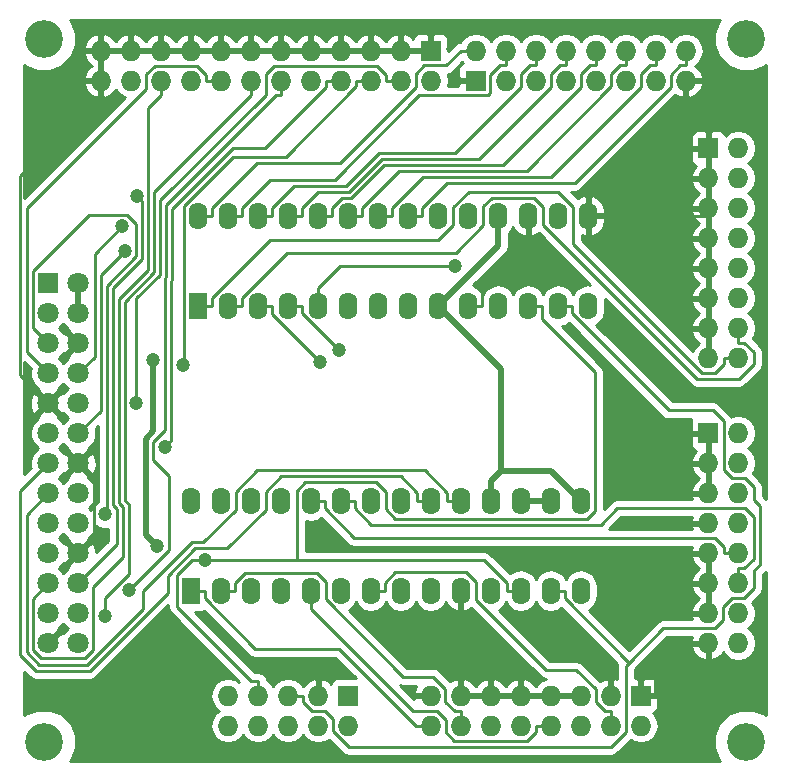
<source format=gbl>
%FSLAX34Y34*%
G04 Gerber Fmt 3.4, Leading zero omitted, Abs format*
G04 (created by PCBNEW (2014-04-07 BZR 4791)-product) date ons  9 apr 2014 20:50:23*
%MOIN*%
G01*
G70*
G90*
G04 APERTURE LIST*
%ADD10C,0.003937*%
%ADD11R,0.068000X0.068000*%
%ADD12O,0.068000X0.068000*%
%ADD13C,0.126000*%
%ADD14R,0.070866X0.070866*%
%ADD15C,0.070866*%
%ADD16O,0.062000X0.090000*%
%ADD17R,0.062000X0.090000*%
%ADD18C,0.047244*%
%ADD19C,0.010000*%
%ADD20C,0.019685*%
G04 APERTURE END LIST*
G54D10*
G54D11*
X46000Y-32000D03*
G54D12*
X46000Y-31000D03*
X47000Y-32000D03*
X47000Y-31000D03*
X48000Y-32000D03*
X48000Y-31000D03*
X49000Y-32000D03*
X49000Y-31000D03*
X50000Y-32000D03*
X50000Y-31000D03*
X51000Y-32000D03*
X51000Y-31000D03*
X52000Y-32000D03*
X52000Y-31000D03*
X53000Y-32000D03*
X53000Y-31000D03*
G54D11*
X53750Y-34250D03*
G54D12*
X54750Y-34250D03*
X53750Y-35250D03*
X54750Y-35250D03*
X53750Y-36250D03*
X54750Y-36250D03*
X53750Y-37250D03*
X54750Y-37250D03*
X53750Y-38250D03*
X54750Y-38250D03*
X53750Y-39250D03*
X54750Y-39250D03*
X53750Y-40250D03*
X54750Y-40250D03*
X53750Y-41250D03*
X54750Y-41250D03*
G54D11*
X53750Y-43750D03*
G54D12*
X54750Y-43750D03*
X53750Y-44750D03*
X54750Y-44750D03*
X53750Y-45750D03*
X54750Y-45750D03*
X53750Y-46750D03*
X54750Y-46750D03*
X53750Y-47750D03*
X54750Y-47750D03*
X53750Y-48750D03*
X54750Y-48750D03*
X53750Y-49750D03*
X54750Y-49750D03*
X53750Y-50750D03*
X54750Y-50750D03*
G54D11*
X51500Y-52500D03*
G54D12*
X51500Y-53500D03*
X50500Y-52500D03*
X50500Y-53500D03*
X49500Y-52500D03*
X49500Y-53500D03*
X48500Y-52500D03*
X48500Y-53500D03*
X47500Y-52500D03*
X47500Y-53500D03*
X46500Y-52500D03*
X46500Y-53500D03*
X45500Y-52500D03*
X45500Y-53500D03*
X44500Y-52500D03*
X44500Y-53500D03*
G54D11*
X44500Y-31000D03*
G54D12*
X44500Y-32000D03*
X43500Y-31000D03*
X43500Y-32000D03*
X42500Y-31000D03*
X42500Y-32000D03*
X41500Y-31000D03*
X41500Y-32000D03*
X40500Y-31000D03*
X40500Y-32000D03*
X39500Y-31000D03*
X39500Y-32000D03*
X38500Y-31000D03*
X38500Y-32000D03*
X37500Y-31000D03*
X37500Y-32000D03*
X36500Y-31000D03*
X36500Y-32000D03*
X35500Y-31000D03*
X35500Y-32000D03*
X34500Y-31000D03*
X34500Y-32000D03*
X33500Y-31000D03*
X33500Y-32000D03*
G54D13*
X31594Y-54035D03*
X55019Y-54035D03*
G54D11*
X41750Y-52500D03*
G54D12*
X41750Y-53500D03*
X40750Y-52500D03*
X40750Y-53500D03*
X39750Y-52500D03*
X39750Y-53500D03*
X38750Y-52500D03*
X38750Y-53500D03*
X37750Y-52500D03*
X37750Y-53500D03*
G54D13*
X31594Y-30610D03*
X55019Y-30610D03*
G54D14*
X31750Y-38750D03*
G54D15*
X32750Y-38750D03*
X31750Y-39750D03*
X32750Y-39750D03*
X31750Y-40750D03*
X32750Y-40750D03*
X31750Y-41750D03*
X32750Y-41750D03*
X31750Y-42750D03*
X32750Y-42750D03*
X31750Y-43750D03*
X32750Y-43750D03*
X31750Y-44750D03*
X32750Y-44750D03*
X31750Y-45750D03*
X32750Y-45750D03*
X31750Y-46750D03*
X32750Y-46750D03*
X31750Y-47750D03*
X32750Y-47750D03*
X31750Y-48750D03*
X32750Y-48750D03*
X31750Y-49750D03*
X32750Y-49750D03*
X31750Y-50750D03*
X32750Y-50750D03*
G54D16*
X37750Y-39500D03*
X38750Y-39500D03*
X39750Y-39500D03*
X40750Y-39500D03*
X41750Y-39500D03*
X42750Y-39500D03*
X43750Y-39500D03*
X44750Y-39500D03*
X45750Y-39500D03*
X46750Y-39500D03*
X47750Y-39500D03*
X48750Y-39500D03*
X49750Y-39500D03*
G54D17*
X36750Y-39500D03*
G54D16*
X49750Y-36500D03*
X48750Y-36500D03*
X47750Y-36500D03*
X46750Y-36500D03*
X45750Y-36500D03*
X44750Y-36500D03*
X43750Y-36500D03*
X42750Y-36500D03*
X41750Y-36500D03*
X40750Y-36500D03*
X39750Y-36500D03*
X38750Y-36500D03*
X37750Y-36500D03*
X36750Y-36500D03*
X37500Y-49000D03*
X38500Y-49000D03*
X39500Y-49000D03*
X40500Y-49000D03*
X41500Y-49000D03*
X42500Y-49000D03*
X43500Y-49000D03*
X44500Y-49000D03*
X45500Y-49000D03*
X46500Y-49000D03*
X47500Y-49000D03*
X48500Y-49000D03*
X49500Y-49000D03*
G54D17*
X36500Y-49000D03*
G54D16*
X49500Y-46000D03*
X48500Y-46000D03*
X47500Y-46000D03*
X46500Y-46000D03*
X45500Y-46000D03*
X44500Y-46000D03*
X43500Y-46000D03*
X42500Y-46000D03*
X41500Y-46000D03*
X40500Y-46000D03*
X39500Y-46000D03*
X38500Y-46000D03*
X37500Y-46000D03*
X36500Y-46000D03*
G54D18*
X45309Y-38185D03*
X41438Y-40987D03*
X40821Y-41380D03*
X34217Y-36851D03*
X34689Y-42750D03*
X36247Y-41487D03*
X35632Y-44195D03*
X34694Y-35856D03*
X34456Y-48989D03*
X33641Y-49858D03*
X35255Y-41317D03*
X35369Y-47500D03*
X33652Y-46454D03*
X36991Y-47973D03*
X34295Y-37685D03*
G54D19*
X45500Y-49000D02*
X45500Y-52500D01*
X53750Y-48750D02*
X53750Y-47750D01*
X53750Y-44750D02*
X53750Y-43750D01*
X53750Y-44750D02*
X53750Y-45240D01*
X53750Y-45750D02*
X53750Y-45240D01*
X53750Y-49750D02*
X53750Y-48750D01*
X49750Y-36500D02*
X50210Y-36500D01*
X51990Y-52019D02*
X53259Y-50750D01*
X51990Y-52500D02*
X51990Y-52019D01*
X53750Y-50750D02*
X53259Y-50750D01*
X51500Y-52500D02*
X51990Y-52500D01*
X49500Y-52500D02*
X48500Y-52500D01*
X53750Y-38250D02*
X53750Y-39250D01*
X53750Y-39250D02*
X53750Y-40250D01*
X50210Y-36500D02*
X53750Y-36500D01*
X53750Y-38250D02*
X53750Y-37250D01*
X53750Y-37250D02*
X53750Y-36500D01*
X53750Y-36500D02*
X53750Y-36250D01*
X53750Y-36250D02*
X53750Y-35250D01*
X53750Y-41250D02*
X53750Y-40250D01*
X46210Y-39039D02*
X46210Y-39500D01*
X47750Y-37500D02*
X46210Y-39039D01*
X47750Y-36500D02*
X47750Y-37500D01*
X45750Y-39500D02*
X46210Y-39500D01*
X53750Y-34250D02*
X53750Y-35250D01*
X53000Y-33009D02*
X53000Y-32000D01*
X53750Y-33759D02*
X53000Y-33009D01*
X53750Y-34250D02*
X53750Y-33759D01*
X33500Y-32000D02*
X33500Y-31000D01*
X30820Y-41820D02*
X31750Y-42750D01*
X30820Y-35169D02*
X30820Y-41820D01*
X33500Y-32490D02*
X30820Y-35169D01*
X33500Y-32000D02*
X33500Y-32490D01*
X33266Y-47233D02*
X32750Y-47750D01*
X33266Y-45266D02*
X33266Y-47233D01*
X32750Y-44750D02*
X33266Y-45266D01*
X36750Y-36500D02*
X37210Y-36500D01*
X46000Y-31000D02*
X45509Y-31000D01*
X37210Y-36245D02*
X37210Y-36500D01*
X38722Y-34733D02*
X37210Y-36245D01*
X41466Y-34733D02*
X38722Y-34733D01*
X44000Y-32200D02*
X41466Y-34733D01*
X44000Y-31780D02*
X44000Y-32200D01*
X44290Y-31490D02*
X44000Y-31780D01*
X45019Y-31490D02*
X44290Y-31490D01*
X45509Y-31000D02*
X45019Y-31490D01*
X46796Y-31490D02*
X47000Y-31490D01*
X46490Y-31796D02*
X46796Y-31490D01*
X46490Y-32402D02*
X46490Y-31796D01*
X46402Y-32490D02*
X46490Y-32402D01*
X44103Y-32490D02*
X46402Y-32490D01*
X41293Y-35299D02*
X44103Y-32490D01*
X39151Y-35299D02*
X41293Y-35299D01*
X38210Y-36241D02*
X39151Y-35299D01*
X38210Y-36500D02*
X38210Y-36241D01*
X37750Y-36500D02*
X38210Y-36500D01*
X47000Y-31000D02*
X47000Y-31490D01*
X38750Y-36500D02*
X39210Y-36500D01*
X48000Y-31000D02*
X48000Y-31490D01*
X39210Y-36241D02*
X39210Y-36500D01*
X39951Y-35499D02*
X39210Y-36241D01*
X41686Y-35499D02*
X39951Y-35499D01*
X42787Y-34398D02*
X41686Y-35499D01*
X45307Y-34398D02*
X42787Y-34398D01*
X47500Y-32206D02*
X45307Y-34398D01*
X47500Y-31787D02*
X47500Y-32206D01*
X47796Y-31490D02*
X47500Y-31787D01*
X48000Y-31490D02*
X47796Y-31490D01*
X39750Y-36500D02*
X40210Y-36500D01*
X49000Y-31000D02*
X49000Y-31490D01*
X40210Y-36241D02*
X40210Y-36500D01*
X40751Y-35699D02*
X40210Y-36241D01*
X41769Y-35699D02*
X40751Y-35699D01*
X42870Y-34599D02*
X41769Y-35699D01*
X46107Y-34599D02*
X42870Y-34599D01*
X48500Y-32206D02*
X46107Y-34599D01*
X48500Y-31787D02*
X48500Y-32206D01*
X48796Y-31490D02*
X48500Y-31787D01*
X49000Y-31490D02*
X48796Y-31490D01*
X40750Y-36500D02*
X41210Y-36500D01*
X50000Y-31000D02*
X50000Y-31490D01*
X41210Y-36241D02*
X41210Y-36500D01*
X41551Y-35899D02*
X41210Y-36241D01*
X41852Y-35899D02*
X41551Y-35899D01*
X42953Y-34799D02*
X41852Y-35899D01*
X46907Y-34799D02*
X42953Y-34799D01*
X49500Y-32206D02*
X46907Y-34799D01*
X49500Y-31787D02*
X49500Y-32206D01*
X49796Y-31490D02*
X49500Y-31787D01*
X50000Y-31490D02*
X49796Y-31490D01*
X41750Y-36500D02*
X42210Y-36500D01*
X51000Y-31000D02*
X51000Y-31490D01*
X42210Y-36241D02*
X42210Y-36500D01*
X43451Y-34999D02*
X42210Y-36241D01*
X47694Y-34999D02*
X43451Y-34999D01*
X50499Y-32193D02*
X47694Y-34999D01*
X50499Y-31787D02*
X50499Y-32193D01*
X50796Y-31490D02*
X50499Y-31787D01*
X51000Y-31490D02*
X50796Y-31490D01*
X42750Y-36500D02*
X43210Y-36500D01*
X52000Y-31000D02*
X52000Y-31490D01*
X43210Y-36241D02*
X43210Y-36500D01*
X44251Y-35199D02*
X43210Y-36241D01*
X48500Y-35199D02*
X44251Y-35199D01*
X51500Y-32199D02*
X48500Y-35199D01*
X51500Y-31787D02*
X51500Y-32199D01*
X51796Y-31490D02*
X51500Y-31787D01*
X52000Y-31490D02*
X51796Y-31490D01*
X53000Y-31000D02*
X53000Y-31490D01*
X43750Y-36500D02*
X44210Y-36500D01*
X44210Y-36246D02*
X44210Y-36500D01*
X45057Y-35399D02*
X44210Y-36246D01*
X49312Y-35399D02*
X45057Y-35399D01*
X52509Y-32201D02*
X49312Y-35399D01*
X52509Y-31796D02*
X52509Y-32201D01*
X52816Y-31490D02*
X52509Y-31796D01*
X53000Y-31490D02*
X52816Y-31490D01*
X41464Y-38185D02*
X45309Y-38185D01*
X40750Y-38899D02*
X41464Y-38185D01*
X40750Y-39500D02*
X40750Y-38899D01*
X39750Y-39500D02*
X40210Y-39500D01*
X40210Y-39758D02*
X41438Y-40987D01*
X40210Y-39500D02*
X40210Y-39758D01*
X38750Y-39500D02*
X39210Y-39500D01*
X39210Y-39768D02*
X40821Y-41380D01*
X39210Y-39500D02*
X39210Y-39768D01*
X37750Y-39500D02*
X38210Y-39500D01*
X54750Y-40250D02*
X54750Y-40740D01*
X54953Y-40740D02*
X54750Y-40740D01*
X55259Y-41046D02*
X54953Y-40740D01*
X55259Y-41453D02*
X55259Y-41046D01*
X54769Y-41944D02*
X55259Y-41453D01*
X53388Y-41944D02*
X54769Y-41944D01*
X48250Y-36805D02*
X53388Y-41944D01*
X48250Y-36208D02*
X48250Y-36805D01*
X47940Y-35899D02*
X48250Y-36208D01*
X46537Y-35899D02*
X47940Y-35899D01*
X46250Y-36186D02*
X46537Y-35899D01*
X46250Y-36816D02*
X46250Y-36186D01*
X45325Y-37740D02*
X46250Y-36816D01*
X39710Y-37740D02*
X45325Y-37740D01*
X38210Y-39241D02*
X39710Y-37740D01*
X38210Y-39500D02*
X38210Y-39241D01*
X54259Y-41453D02*
X54259Y-41250D01*
X53969Y-41743D02*
X54259Y-41453D01*
X53542Y-41743D02*
X53969Y-41743D01*
X49250Y-37451D02*
X53542Y-41743D01*
X49250Y-36204D02*
X49250Y-37451D01*
X48744Y-35698D02*
X49250Y-36204D01*
X45759Y-35698D02*
X48744Y-35698D01*
X45250Y-36208D02*
X45759Y-35698D01*
X45250Y-36806D02*
X45250Y-36208D01*
X44755Y-37300D02*
X45250Y-36806D01*
X39150Y-37300D02*
X44755Y-37300D01*
X37210Y-39241D02*
X39150Y-37300D01*
X37210Y-39500D02*
X37210Y-39241D01*
X36750Y-39500D02*
X37210Y-39500D01*
X54750Y-41250D02*
X54259Y-41250D01*
X54259Y-47546D02*
X54259Y-47750D01*
X53962Y-47250D02*
X54259Y-47546D01*
X41951Y-47250D02*
X53962Y-47250D01*
X40960Y-46258D02*
X41951Y-47250D01*
X40960Y-46000D02*
X40960Y-46258D01*
X40500Y-46000D02*
X40960Y-46000D01*
X54750Y-47750D02*
X54259Y-47750D01*
X41500Y-46000D02*
X41960Y-46000D01*
X54750Y-48750D02*
X54750Y-48259D01*
X54953Y-48259D02*
X54750Y-48259D01*
X55260Y-47952D02*
X54953Y-48259D01*
X55260Y-46550D02*
X55260Y-47952D01*
X54960Y-46250D02*
X55260Y-46550D01*
X50710Y-46250D02*
X54960Y-46250D01*
X50159Y-46801D02*
X50710Y-46250D01*
X42502Y-46801D02*
X50159Y-46801D01*
X41960Y-46258D02*
X42502Y-46801D01*
X41960Y-46000D02*
X41960Y-46258D01*
X50296Y-53009D02*
X50500Y-53009D01*
X50000Y-52712D02*
X50296Y-53009D01*
X50000Y-52294D02*
X50000Y-52712D01*
X49351Y-51645D02*
X50000Y-52294D01*
X48346Y-51645D02*
X49351Y-51645D01*
X46000Y-49299D02*
X48346Y-51645D01*
X46000Y-48706D02*
X46000Y-49299D01*
X45678Y-48384D02*
X46000Y-48706D01*
X43316Y-48384D02*
X45678Y-48384D01*
X42960Y-48741D02*
X43316Y-48384D01*
X42960Y-49000D02*
X42960Y-48741D01*
X42500Y-49000D02*
X42960Y-49000D01*
X50500Y-53500D02*
X50500Y-53009D01*
X48009Y-53703D02*
X48009Y-53500D01*
X47703Y-54009D02*
X48009Y-53703D01*
X45286Y-54009D02*
X47703Y-54009D01*
X44999Y-53722D02*
X45286Y-54009D01*
X44999Y-53299D02*
X44999Y-53722D01*
X44700Y-52999D02*
X44999Y-53299D01*
X43899Y-52999D02*
X44700Y-52999D01*
X40500Y-49600D02*
X43899Y-52999D01*
X40500Y-49000D02*
X40500Y-49600D01*
X48500Y-53500D02*
X48009Y-53500D01*
X45296Y-53009D02*
X45500Y-53009D01*
X44990Y-52703D02*
X45296Y-53009D01*
X44990Y-52284D02*
X44990Y-52703D01*
X44571Y-51865D02*
X44990Y-52284D01*
X43573Y-51865D02*
X44571Y-51865D01*
X41000Y-49292D02*
X43573Y-51865D01*
X41000Y-48704D02*
X41000Y-49292D01*
X40695Y-48399D02*
X41000Y-48704D01*
X38301Y-48399D02*
X40695Y-48399D01*
X37960Y-48741D02*
X38301Y-48399D01*
X37960Y-49000D02*
X37960Y-48741D01*
X37500Y-49000D02*
X37960Y-49000D01*
X45500Y-53500D02*
X45500Y-53009D01*
X36500Y-49000D02*
X36960Y-49000D01*
X44500Y-53500D02*
X44009Y-53500D01*
X36960Y-49258D02*
X36960Y-49000D01*
X38634Y-50933D02*
X36960Y-49258D01*
X41443Y-50933D02*
X38634Y-50933D01*
X44009Y-53500D02*
X41443Y-50933D01*
X33302Y-41197D02*
X32750Y-41750D01*
X33302Y-37766D02*
X33302Y-41197D01*
X34217Y-36851D02*
X33302Y-37766D01*
X43500Y-32000D02*
X43009Y-32000D01*
X43009Y-31816D02*
X43009Y-32000D01*
X42693Y-31500D02*
X43009Y-31816D01*
X39281Y-31500D02*
X42693Y-31500D01*
X39009Y-31771D02*
X39281Y-31500D01*
X39009Y-32464D02*
X39009Y-31771D01*
X35483Y-35991D02*
X39009Y-32464D01*
X35483Y-38465D02*
X35483Y-35991D01*
X34689Y-39259D02*
X35483Y-38465D01*
X34689Y-42750D02*
X34689Y-39259D01*
X42500Y-32000D02*
X42009Y-32000D01*
X36267Y-41467D02*
X36247Y-41487D01*
X36267Y-41467D02*
X36267Y-41467D01*
X36267Y-36169D02*
X36267Y-41467D01*
X37903Y-34533D02*
X36267Y-36169D01*
X39660Y-34533D02*
X37903Y-34533D01*
X42009Y-32183D02*
X39660Y-34533D01*
X42009Y-32000D02*
X42009Y-32183D01*
X41500Y-32000D02*
X41009Y-32000D01*
X41009Y-32203D02*
X41009Y-32000D01*
X38962Y-34250D02*
X41009Y-32203D01*
X37903Y-34250D02*
X38962Y-34250D01*
X35883Y-36270D02*
X37903Y-34250D01*
X35883Y-38631D02*
X35883Y-36270D01*
X35841Y-38673D02*
X35883Y-38631D01*
X35841Y-43986D02*
X35841Y-38673D01*
X35632Y-44195D02*
X35841Y-43986D01*
X34882Y-36044D02*
X34694Y-35856D01*
X34882Y-37933D02*
X34882Y-36044D01*
X33902Y-38914D02*
X34882Y-37933D01*
X33902Y-46157D02*
X33902Y-38914D01*
X34039Y-46294D02*
X33902Y-46157D01*
X34039Y-47460D02*
X34039Y-46294D01*
X32750Y-48750D02*
X34039Y-47460D01*
X39500Y-32000D02*
X39500Y-32490D01*
X39349Y-32490D02*
X39500Y-32490D01*
X35683Y-36155D02*
X39349Y-32490D01*
X35683Y-38548D02*
X35683Y-36155D01*
X35641Y-38590D02*
X35683Y-38548D01*
X35641Y-43640D02*
X35641Y-38590D01*
X35246Y-44035D02*
X35641Y-43640D01*
X35246Y-44654D02*
X35246Y-44035D01*
X35786Y-45194D02*
X35246Y-44654D01*
X35786Y-47659D02*
X35786Y-45194D01*
X34456Y-48989D02*
X35786Y-47659D01*
X38500Y-32000D02*
X38500Y-32490D01*
X35283Y-35707D02*
X38500Y-32490D01*
X35283Y-38382D02*
X35283Y-35707D01*
X34302Y-39362D02*
X35283Y-38382D01*
X34302Y-45992D02*
X34302Y-39362D01*
X34439Y-46128D02*
X34302Y-45992D01*
X34439Y-48460D02*
X34439Y-46128D01*
X33641Y-49257D02*
X34439Y-48460D01*
X33641Y-49858D02*
X33641Y-49257D01*
X37009Y-31796D02*
X37009Y-32000D01*
X36712Y-31500D02*
X37009Y-31796D01*
X35298Y-31500D02*
X36712Y-31500D01*
X35009Y-31788D02*
X35298Y-31500D01*
X35009Y-32270D02*
X35009Y-31788D01*
X31043Y-36236D02*
X35009Y-32270D01*
X31043Y-41043D02*
X31043Y-36236D01*
X31750Y-41750D02*
X31043Y-41043D01*
X37500Y-32000D02*
X37009Y-32000D01*
X35500Y-32000D02*
X35500Y-32490D01*
X35082Y-32907D02*
X35500Y-32490D01*
X35082Y-38299D02*
X35082Y-32907D01*
X34102Y-39279D02*
X35082Y-38299D01*
X34102Y-46075D02*
X34102Y-39279D01*
X34239Y-46211D02*
X34102Y-46075D01*
X34239Y-47876D02*
X34239Y-46211D01*
X33254Y-48861D02*
X34239Y-47876D01*
X33254Y-50972D02*
X33254Y-48861D01*
X32971Y-51256D02*
X33254Y-50972D01*
X31517Y-51256D02*
X32971Y-51256D01*
X31238Y-50977D02*
X31517Y-51256D01*
X31238Y-49261D02*
X31238Y-50977D01*
X31750Y-48750D02*
X31238Y-49261D01*
G54D20*
X32750Y-39750D02*
X32750Y-38750D01*
X34998Y-47128D02*
X35369Y-47500D01*
X34998Y-43932D02*
X34998Y-47128D01*
X35255Y-43675D02*
X34998Y-43932D01*
X35255Y-41317D02*
X35255Y-43675D01*
G54D19*
X48500Y-49000D02*
X48960Y-49000D01*
X39750Y-52500D02*
X40240Y-52500D01*
X48960Y-49258D02*
X51100Y-51399D01*
X48960Y-49000D02*
X48960Y-49258D01*
X52250Y-50250D02*
X51100Y-51399D01*
X53967Y-50250D02*
X52250Y-50250D01*
X54240Y-49976D02*
X53967Y-50250D01*
X54240Y-49543D02*
X54240Y-49976D01*
X54533Y-49250D02*
X54240Y-49543D01*
X54946Y-49250D02*
X54533Y-49250D01*
X55275Y-48920D02*
X54946Y-49250D01*
X55275Y-48326D02*
X55275Y-48920D01*
X55460Y-48141D02*
X55275Y-48326D01*
X55460Y-46183D02*
X55460Y-48141D01*
X55259Y-45982D02*
X55460Y-46183D01*
X55259Y-45545D02*
X55259Y-45982D01*
X54964Y-45250D02*
X55259Y-45545D01*
X54532Y-45250D02*
X54964Y-45250D01*
X54259Y-44976D02*
X54532Y-45250D01*
X54259Y-43350D02*
X54259Y-44976D01*
X53893Y-42984D02*
X54259Y-43350D01*
X52435Y-42984D02*
X53893Y-42984D01*
X49210Y-39758D02*
X52435Y-42984D01*
X49210Y-39500D02*
X49210Y-39758D01*
X48750Y-39500D02*
X49210Y-39500D01*
X51000Y-51500D02*
X51100Y-51399D01*
X51000Y-53716D02*
X51000Y-51500D01*
X50506Y-54209D02*
X51000Y-53716D01*
X41766Y-54209D02*
X50506Y-54209D01*
X41250Y-53693D02*
X41766Y-54209D01*
X41250Y-53271D02*
X41250Y-53693D01*
X40978Y-53000D02*
X41250Y-53271D01*
X40537Y-53000D02*
X40978Y-53000D01*
X40240Y-52703D02*
X40537Y-53000D01*
X40240Y-52500D02*
X40240Y-52703D01*
X38750Y-52500D02*
X38750Y-52009D01*
X33702Y-46404D02*
X33652Y-46454D01*
X33702Y-38831D02*
X33702Y-46404D01*
X34682Y-37850D02*
X33702Y-38831D01*
X34682Y-36770D02*
X34682Y-37850D01*
X34375Y-36462D02*
X34682Y-36770D01*
X33116Y-36462D02*
X34375Y-36462D01*
X31245Y-38333D02*
X33116Y-36462D01*
X31245Y-40245D02*
X31245Y-38333D01*
X31750Y-40750D02*
X31245Y-40245D01*
X38511Y-52009D02*
X38750Y-52009D01*
X36039Y-49538D02*
X38511Y-52009D01*
X36039Y-48472D02*
X36039Y-49538D01*
X36539Y-47973D02*
X36039Y-48472D01*
X36991Y-47973D02*
X36539Y-47973D01*
X47500Y-49000D02*
X47039Y-49000D01*
X47750Y-39500D02*
X48210Y-39500D01*
X40038Y-45664D02*
X40038Y-47973D01*
X40307Y-45394D02*
X40038Y-45664D01*
X42691Y-45394D02*
X40307Y-45394D01*
X43000Y-45703D02*
X42691Y-45394D01*
X43000Y-46293D02*
X43000Y-45703D01*
X43307Y-46601D02*
X43000Y-46293D01*
X49692Y-46601D02*
X43307Y-46601D01*
X49963Y-46330D02*
X49692Y-46601D01*
X49963Y-41713D02*
X49963Y-46330D01*
X48210Y-39960D02*
X49963Y-41713D01*
X48210Y-39500D02*
X48210Y-39960D01*
X46272Y-47973D02*
X40038Y-47973D01*
X47039Y-48741D02*
X46272Y-47973D01*
X47039Y-49000D02*
X47039Y-48741D01*
X40038Y-47973D02*
X36991Y-47973D01*
G54D20*
X46500Y-46000D02*
X46500Y-45351D01*
X48498Y-44998D02*
X49500Y-46000D01*
X46853Y-44998D02*
X48498Y-44998D01*
X46853Y-41603D02*
X46853Y-44998D01*
X44750Y-39500D02*
X46853Y-41603D01*
X46853Y-44998D02*
X46500Y-45351D01*
X46750Y-37500D02*
X46750Y-36500D01*
X44750Y-39500D02*
X46750Y-37500D01*
G54D19*
X33502Y-42997D02*
X32750Y-43750D01*
X33502Y-38478D02*
X33502Y-42997D01*
X34295Y-37685D02*
X33502Y-38478D01*
X44500Y-46000D02*
X44039Y-46000D01*
X30815Y-45684D02*
X31750Y-44750D01*
X30815Y-51148D02*
X30815Y-45684D01*
X31344Y-51677D02*
X30815Y-51148D01*
X33125Y-51677D02*
X31344Y-51677D01*
X35733Y-49069D02*
X33125Y-51677D01*
X35733Y-48496D02*
X35733Y-49069D01*
X36642Y-47587D02*
X35733Y-48496D01*
X37711Y-47587D02*
X36642Y-47587D01*
X39000Y-46298D02*
X37711Y-47587D01*
X39000Y-45698D02*
X39000Y-46298D01*
X39504Y-45194D02*
X39000Y-45698D01*
X43493Y-45194D02*
X39504Y-45194D01*
X44039Y-45741D02*
X43493Y-45194D01*
X44039Y-46000D02*
X44039Y-45741D01*
X45500Y-46000D02*
X45039Y-46000D01*
X31026Y-46473D02*
X31750Y-45750D01*
X31026Y-51050D02*
X31026Y-46473D01*
X31439Y-51463D02*
X31026Y-51050D01*
X33053Y-51463D02*
X31439Y-51463D01*
X34913Y-49603D02*
X33053Y-51463D01*
X34913Y-49022D02*
X34913Y-49603D01*
X36549Y-47386D02*
X34913Y-49022D01*
X36919Y-47386D02*
X36549Y-47386D01*
X38000Y-46306D02*
X36919Y-47386D01*
X38000Y-45707D02*
X38000Y-46306D01*
X38712Y-44994D02*
X38000Y-45707D01*
X44293Y-44994D02*
X38712Y-44994D01*
X45039Y-45741D02*
X44293Y-44994D01*
X45039Y-46000D02*
X45039Y-45741D01*
G54D10*
G36*
X32395Y-43250D02*
X32249Y-43395D01*
X32092Y-43237D01*
X32084Y-43234D01*
X32104Y-43175D01*
X31750Y-42820D01*
X31679Y-42891D01*
X31679Y-42750D01*
X31324Y-42395D01*
X31223Y-42429D01*
X31141Y-42655D01*
X31151Y-42895D01*
X31223Y-43070D01*
X31324Y-43104D01*
X31679Y-42750D01*
X31679Y-42891D01*
X31395Y-43175D01*
X31415Y-43234D01*
X31408Y-43237D01*
X31237Y-43407D01*
X31145Y-43629D01*
X31145Y-43869D01*
X31237Y-44091D01*
X31395Y-44250D01*
X31237Y-44407D01*
X31145Y-44629D01*
X31145Y-44869D01*
X31163Y-44912D01*
X30955Y-45120D01*
X30955Y-41379D01*
X31163Y-41587D01*
X31145Y-41629D01*
X31145Y-41869D01*
X31237Y-42091D01*
X31407Y-42262D01*
X31415Y-42265D01*
X31395Y-42324D01*
X31750Y-42679D01*
X32104Y-42324D01*
X32084Y-42265D01*
X32091Y-42262D01*
X32250Y-42104D01*
X32395Y-42250D01*
X32237Y-42407D01*
X32234Y-42415D01*
X32175Y-42395D01*
X31820Y-42750D01*
X32175Y-43104D01*
X32234Y-43084D01*
X32237Y-43091D01*
X32395Y-43250D01*
X32395Y-43250D01*
G37*
G54D19*
X32395Y-43250D02*
X32249Y-43395D01*
X32092Y-43237D01*
X32084Y-43234D01*
X32104Y-43175D01*
X31750Y-42820D01*
X31679Y-42891D01*
X31679Y-42750D01*
X31324Y-42395D01*
X31223Y-42429D01*
X31141Y-42655D01*
X31151Y-42895D01*
X31223Y-43070D01*
X31324Y-43104D01*
X31679Y-42750D01*
X31679Y-42891D01*
X31395Y-43175D01*
X31415Y-43234D01*
X31408Y-43237D01*
X31237Y-43407D01*
X31145Y-43629D01*
X31145Y-43869D01*
X31237Y-44091D01*
X31395Y-44250D01*
X31237Y-44407D01*
X31145Y-44629D01*
X31145Y-44869D01*
X31163Y-44912D01*
X30955Y-45120D01*
X30955Y-41379D01*
X31163Y-41587D01*
X31145Y-41629D01*
X31145Y-41869D01*
X31237Y-42091D01*
X31407Y-42262D01*
X31415Y-42265D01*
X31395Y-42324D01*
X31750Y-42679D01*
X32104Y-42324D01*
X32084Y-42265D01*
X32091Y-42262D01*
X32250Y-42104D01*
X32395Y-42250D01*
X32237Y-42407D01*
X32234Y-42415D01*
X32175Y-42395D01*
X31820Y-42750D01*
X32175Y-43104D01*
X32234Y-43084D01*
X32237Y-43091D01*
X32395Y-43250D01*
G54D10*
G36*
X32395Y-50250D02*
X32237Y-50407D01*
X32234Y-50415D01*
X32175Y-50395D01*
X31820Y-50750D01*
X31826Y-50755D01*
X31755Y-50826D01*
X31750Y-50820D01*
X31744Y-50826D01*
X31673Y-50755D01*
X31679Y-50750D01*
X31673Y-50744D01*
X31744Y-50673D01*
X31750Y-50679D01*
X32104Y-50324D01*
X32084Y-50265D01*
X32091Y-50262D01*
X32250Y-50104D01*
X32395Y-50250D01*
X32395Y-50250D01*
G37*
G54D19*
X32395Y-50250D02*
X32237Y-50407D01*
X32234Y-50415D01*
X32175Y-50395D01*
X31820Y-50750D01*
X31826Y-50755D01*
X31755Y-50826D01*
X31750Y-50820D01*
X31744Y-50826D01*
X31673Y-50755D01*
X31679Y-50750D01*
X31673Y-50744D01*
X31744Y-50673D01*
X31750Y-50679D01*
X32104Y-50324D01*
X32084Y-50265D01*
X32091Y-50262D01*
X32250Y-50104D01*
X32395Y-50250D01*
G54D10*
G36*
X32826Y-40755D02*
X32755Y-40826D01*
X32750Y-40820D01*
X32395Y-41175D01*
X32415Y-41234D01*
X32408Y-41237D01*
X32249Y-41395D01*
X32104Y-41249D01*
X32262Y-41092D01*
X32265Y-41084D01*
X32324Y-41104D01*
X32679Y-40750D01*
X32324Y-40395D01*
X32265Y-40415D01*
X32262Y-40408D01*
X32104Y-40249D01*
X32250Y-40104D01*
X32407Y-40262D01*
X32415Y-40265D01*
X32395Y-40324D01*
X32750Y-40679D01*
X32755Y-40673D01*
X32826Y-40744D01*
X32820Y-40750D01*
X32826Y-40755D01*
X32826Y-40755D01*
G37*
G54D19*
X32826Y-40755D02*
X32755Y-40826D01*
X32750Y-40820D01*
X32395Y-41175D01*
X32415Y-41234D01*
X32408Y-41237D01*
X32249Y-41395D01*
X32104Y-41249D01*
X32262Y-41092D01*
X32265Y-41084D01*
X32324Y-41104D01*
X32679Y-40750D01*
X32324Y-40395D01*
X32265Y-40415D01*
X32262Y-40408D01*
X32104Y-40249D01*
X32250Y-40104D01*
X32407Y-40262D01*
X32415Y-40265D01*
X32395Y-40324D01*
X32750Y-40679D01*
X32755Y-40673D01*
X32826Y-40744D01*
X32820Y-40750D01*
X32826Y-40755D01*
G54D10*
G36*
X33402Y-46031D02*
X33377Y-46042D01*
X33358Y-46060D01*
X33358Y-44844D01*
X33348Y-44604D01*
X33276Y-44429D01*
X33175Y-44395D01*
X32820Y-44750D01*
X33175Y-45104D01*
X33276Y-45070D01*
X33358Y-44844D01*
X33358Y-46060D01*
X33240Y-46178D01*
X33180Y-46325D01*
X33104Y-46249D01*
X33262Y-46092D01*
X33354Y-45870D01*
X33354Y-45630D01*
X33262Y-45408D01*
X33092Y-45237D01*
X33084Y-45234D01*
X33104Y-45175D01*
X32750Y-44820D01*
X32395Y-45175D01*
X32415Y-45234D01*
X32408Y-45237D01*
X32249Y-45395D01*
X32104Y-45249D01*
X32262Y-45092D01*
X32265Y-45084D01*
X32324Y-45104D01*
X32679Y-44750D01*
X32324Y-44395D01*
X32265Y-44415D01*
X32262Y-44408D01*
X32104Y-44249D01*
X32250Y-44104D01*
X32407Y-44262D01*
X32415Y-44265D01*
X32395Y-44324D01*
X32750Y-44679D01*
X33104Y-44324D01*
X33084Y-44265D01*
X33091Y-44262D01*
X33262Y-44092D01*
X33354Y-43870D01*
X33354Y-43630D01*
X33336Y-43587D01*
X33402Y-43521D01*
X33402Y-46031D01*
X33402Y-46031D01*
G37*
G54D19*
X33402Y-46031D02*
X33377Y-46042D01*
X33358Y-46060D01*
X33358Y-44844D01*
X33348Y-44604D01*
X33276Y-44429D01*
X33175Y-44395D01*
X32820Y-44750D01*
X33175Y-45104D01*
X33276Y-45070D01*
X33358Y-44844D01*
X33358Y-46060D01*
X33240Y-46178D01*
X33180Y-46325D01*
X33104Y-46249D01*
X33262Y-46092D01*
X33354Y-45870D01*
X33354Y-45630D01*
X33262Y-45408D01*
X33092Y-45237D01*
X33084Y-45234D01*
X33104Y-45175D01*
X32750Y-44820D01*
X32395Y-45175D01*
X32415Y-45234D01*
X32408Y-45237D01*
X32249Y-45395D01*
X32104Y-45249D01*
X32262Y-45092D01*
X32265Y-45084D01*
X32324Y-45104D01*
X32679Y-44750D01*
X32324Y-44395D01*
X32265Y-44415D01*
X32262Y-44408D01*
X32104Y-44249D01*
X32250Y-44104D01*
X32407Y-44262D01*
X32415Y-44265D01*
X32395Y-44324D01*
X32750Y-44679D01*
X33104Y-44324D01*
X33084Y-44265D01*
X33091Y-44262D01*
X33262Y-44092D01*
X33354Y-43870D01*
X33354Y-43630D01*
X33336Y-43587D01*
X33402Y-43521D01*
X33402Y-46031D01*
G54D10*
G36*
X33739Y-47336D02*
X33353Y-47722D01*
X33348Y-47604D01*
X33276Y-47429D01*
X33175Y-47395D01*
X32820Y-47750D01*
X32826Y-47755D01*
X32755Y-47826D01*
X32750Y-47820D01*
X32395Y-48175D01*
X32415Y-48234D01*
X32408Y-48237D01*
X32249Y-48395D01*
X32104Y-48249D01*
X32262Y-48092D01*
X32265Y-48084D01*
X32324Y-48104D01*
X32679Y-47750D01*
X32324Y-47395D01*
X32265Y-47415D01*
X32262Y-47408D01*
X32104Y-47249D01*
X32250Y-47104D01*
X32407Y-47262D01*
X32415Y-47265D01*
X32395Y-47324D01*
X32750Y-47679D01*
X33104Y-47324D01*
X33084Y-47265D01*
X33091Y-47262D01*
X33262Y-47092D01*
X33354Y-46870D01*
X33354Y-46843D01*
X33377Y-46866D01*
X33555Y-46940D01*
X33739Y-46940D01*
X33739Y-47336D01*
X33739Y-47336D01*
G37*
G54D19*
X33739Y-47336D02*
X33353Y-47722D01*
X33348Y-47604D01*
X33276Y-47429D01*
X33175Y-47395D01*
X32820Y-47750D01*
X32826Y-47755D01*
X32755Y-47826D01*
X32750Y-47820D01*
X32395Y-48175D01*
X32415Y-48234D01*
X32408Y-48237D01*
X32249Y-48395D01*
X32104Y-48249D01*
X32262Y-48092D01*
X32265Y-48084D01*
X32324Y-48104D01*
X32679Y-47750D01*
X32324Y-47395D01*
X32265Y-47415D01*
X32262Y-47408D01*
X32104Y-47249D01*
X32250Y-47104D01*
X32407Y-47262D01*
X32415Y-47265D01*
X32395Y-47324D01*
X32750Y-47679D01*
X33104Y-47324D01*
X33084Y-47265D01*
X33091Y-47262D01*
X33262Y-47092D01*
X33354Y-46870D01*
X33354Y-46843D01*
X33377Y-46866D01*
X33555Y-46940D01*
X33739Y-46940D01*
X33739Y-47336D01*
G54D10*
G36*
X41995Y-51910D02*
X41360Y-51910D01*
X41268Y-51948D01*
X41198Y-52018D01*
X41165Y-52096D01*
X41099Y-52024D01*
X40891Y-51927D01*
X40800Y-51974D01*
X40800Y-52450D01*
X40807Y-52450D01*
X40807Y-52550D01*
X40800Y-52550D01*
X40800Y-52557D01*
X40700Y-52557D01*
X40700Y-52550D01*
X40692Y-52550D01*
X40692Y-52450D01*
X40700Y-52450D01*
X40700Y-51974D01*
X40608Y-51927D01*
X40400Y-52024D01*
X40249Y-52189D01*
X40178Y-52082D01*
X39987Y-51954D01*
X39761Y-51910D01*
X39738Y-51910D01*
X39512Y-51954D01*
X39321Y-52082D01*
X39250Y-52189D01*
X39178Y-52082D01*
X39046Y-51994D01*
X39027Y-51895D01*
X38962Y-51797D01*
X38864Y-51732D01*
X38750Y-51709D01*
X38635Y-51709D01*
X36625Y-49700D01*
X36859Y-49700D01*
X36942Y-49665D01*
X38422Y-51145D01*
X38519Y-51210D01*
X38634Y-51233D01*
X41318Y-51233D01*
X41995Y-51910D01*
X41995Y-51910D01*
G37*
G54D19*
X41995Y-51910D02*
X41360Y-51910D01*
X41268Y-51948D01*
X41198Y-52018D01*
X41165Y-52096D01*
X41099Y-52024D01*
X40891Y-51927D01*
X40800Y-51974D01*
X40800Y-52450D01*
X40807Y-52450D01*
X40807Y-52550D01*
X40800Y-52550D01*
X40800Y-52557D01*
X40700Y-52557D01*
X40700Y-52550D01*
X40692Y-52550D01*
X40692Y-52450D01*
X40700Y-52450D01*
X40700Y-51974D01*
X40608Y-51927D01*
X40400Y-52024D01*
X40249Y-52189D01*
X40178Y-52082D01*
X39987Y-51954D01*
X39761Y-51910D01*
X39738Y-51910D01*
X39512Y-51954D01*
X39321Y-52082D01*
X39250Y-52189D01*
X39178Y-52082D01*
X39046Y-51994D01*
X39027Y-51895D01*
X38962Y-51797D01*
X38864Y-51732D01*
X38750Y-51709D01*
X38635Y-51709D01*
X36625Y-49700D01*
X36859Y-49700D01*
X36942Y-49665D01*
X38422Y-51145D01*
X38519Y-51210D01*
X38634Y-51233D01*
X41318Y-51233D01*
X41995Y-51910D01*
G54D10*
G36*
X44557Y-52550D02*
X44550Y-52550D01*
X44550Y-52557D01*
X44450Y-52557D01*
X44450Y-52550D01*
X43974Y-52550D01*
X43940Y-52616D01*
X43469Y-52145D01*
X43573Y-52165D01*
X44021Y-52165D01*
X43995Y-52194D01*
X43927Y-52358D01*
X43974Y-52450D01*
X44450Y-52450D01*
X44450Y-52442D01*
X44550Y-52442D01*
X44550Y-52450D01*
X44557Y-52450D01*
X44557Y-52550D01*
X44557Y-52550D01*
G37*
G54D19*
X44557Y-52550D02*
X44550Y-52550D01*
X44550Y-52557D01*
X44450Y-52557D01*
X44450Y-52550D01*
X43974Y-52550D01*
X43940Y-52616D01*
X43469Y-52145D01*
X43573Y-52165D01*
X44021Y-52165D01*
X43995Y-52194D01*
X43927Y-52358D01*
X43974Y-52450D01*
X44450Y-52450D01*
X44450Y-52442D01*
X44550Y-52442D01*
X44550Y-52450D01*
X44557Y-52450D01*
X44557Y-52550D01*
G54D10*
G36*
X45807Y-39550D02*
X45800Y-39550D01*
X45800Y-39557D01*
X45700Y-39557D01*
X45700Y-39550D01*
X45692Y-39550D01*
X45692Y-39450D01*
X45700Y-39450D01*
X45700Y-39442D01*
X45800Y-39442D01*
X45800Y-39450D01*
X45807Y-39450D01*
X45807Y-39550D01*
X45807Y-39550D01*
G37*
G54D19*
X45807Y-39550D02*
X45800Y-39550D01*
X45800Y-39557D01*
X45700Y-39557D01*
X45700Y-39550D01*
X45692Y-39550D01*
X45692Y-39450D01*
X45700Y-39450D01*
X45700Y-39442D01*
X45800Y-39442D01*
X45800Y-39450D01*
X45807Y-39450D01*
X45807Y-39550D01*
G54D10*
G36*
X46057Y-32050D02*
X46050Y-32050D01*
X46050Y-32057D01*
X45950Y-32057D01*
X45950Y-32050D01*
X45472Y-32050D01*
X45410Y-32112D01*
X45410Y-32190D01*
X45063Y-32190D01*
X45101Y-32000D01*
X45058Y-31782D01*
X45134Y-31767D01*
X45134Y-31767D01*
X45231Y-31702D01*
X45549Y-31384D01*
X45571Y-31417D01*
X45579Y-31422D01*
X45518Y-31448D01*
X45448Y-31518D01*
X45410Y-31610D01*
X45410Y-31709D01*
X45410Y-31887D01*
X45472Y-31950D01*
X45950Y-31950D01*
X45950Y-31942D01*
X46050Y-31942D01*
X46050Y-31950D01*
X46057Y-31950D01*
X46057Y-32050D01*
X46057Y-32050D01*
G37*
G54D19*
X46057Y-32050D02*
X46050Y-32050D01*
X46050Y-32057D01*
X45950Y-32057D01*
X45950Y-32050D01*
X45472Y-32050D01*
X45410Y-32112D01*
X45410Y-32190D01*
X45063Y-32190D01*
X45101Y-32000D01*
X45058Y-31782D01*
X45134Y-31767D01*
X45134Y-31767D01*
X45231Y-31702D01*
X45549Y-31384D01*
X45571Y-31417D01*
X45579Y-31422D01*
X45518Y-31448D01*
X45448Y-31518D01*
X45410Y-31610D01*
X45410Y-31709D01*
X45410Y-31887D01*
X45472Y-31950D01*
X45950Y-31950D01*
X45950Y-31942D01*
X46050Y-31942D01*
X46050Y-31950D01*
X46057Y-31950D01*
X46057Y-32050D01*
G54D10*
G36*
X47057Y-32050D02*
X47050Y-32050D01*
X47050Y-32057D01*
X46950Y-32057D01*
X46950Y-32050D01*
X46942Y-32050D01*
X46942Y-31950D01*
X46950Y-31950D01*
X46950Y-31942D01*
X47050Y-31942D01*
X47050Y-31950D01*
X47057Y-31950D01*
X47057Y-32050D01*
X47057Y-32050D01*
G37*
G54D19*
X47057Y-32050D02*
X47050Y-32050D01*
X47050Y-32057D01*
X46950Y-32057D01*
X46950Y-32050D01*
X46942Y-32050D01*
X46942Y-31950D01*
X46950Y-31950D01*
X46950Y-31942D01*
X47050Y-31942D01*
X47050Y-31950D01*
X47057Y-31950D01*
X47057Y-32050D01*
G54D10*
G36*
X48057Y-32050D02*
X48050Y-32050D01*
X48050Y-32057D01*
X47950Y-32057D01*
X47950Y-32050D01*
X47942Y-32050D01*
X47942Y-31950D01*
X47950Y-31950D01*
X47950Y-31942D01*
X48050Y-31942D01*
X48050Y-31950D01*
X48057Y-31950D01*
X48057Y-32050D01*
X48057Y-32050D01*
G37*
G54D19*
X48057Y-32050D02*
X48050Y-32050D01*
X48050Y-32057D01*
X47950Y-32057D01*
X47950Y-32050D01*
X47942Y-32050D01*
X47942Y-31950D01*
X47950Y-31950D01*
X47950Y-31942D01*
X48050Y-31942D01*
X48050Y-31950D01*
X48057Y-31950D01*
X48057Y-32050D01*
G54D10*
G36*
X48557Y-46050D02*
X48550Y-46050D01*
X48550Y-46057D01*
X48450Y-46057D01*
X48450Y-46050D01*
X48060Y-46050D01*
X47940Y-46050D01*
X47550Y-46050D01*
X47550Y-46057D01*
X47450Y-46057D01*
X47450Y-46050D01*
X47442Y-46050D01*
X47442Y-45950D01*
X47450Y-45950D01*
X47450Y-45942D01*
X47550Y-45942D01*
X47550Y-45950D01*
X47940Y-45950D01*
X48060Y-45950D01*
X48450Y-45950D01*
X48450Y-45942D01*
X48550Y-45942D01*
X48550Y-45950D01*
X48557Y-45950D01*
X48557Y-46050D01*
X48557Y-46050D01*
G37*
G54D19*
X48557Y-46050D02*
X48550Y-46050D01*
X48550Y-46057D01*
X48450Y-46057D01*
X48450Y-46050D01*
X48060Y-46050D01*
X47940Y-46050D01*
X47550Y-46050D01*
X47550Y-46057D01*
X47450Y-46057D01*
X47450Y-46050D01*
X47442Y-46050D01*
X47442Y-45950D01*
X47450Y-45950D01*
X47450Y-45942D01*
X47550Y-45942D01*
X47550Y-45950D01*
X47940Y-45950D01*
X48060Y-45950D01*
X48450Y-45950D01*
X48450Y-45942D01*
X48550Y-45942D01*
X48550Y-45950D01*
X48557Y-45950D01*
X48557Y-46050D01*
G54D10*
G36*
X48807Y-36550D02*
X48800Y-36550D01*
X48800Y-36557D01*
X48700Y-36557D01*
X48700Y-36550D01*
X48692Y-36550D01*
X48692Y-36450D01*
X48700Y-36450D01*
X48700Y-36442D01*
X48800Y-36442D01*
X48800Y-36450D01*
X48807Y-36450D01*
X48807Y-36550D01*
X48807Y-36550D01*
G37*
G54D19*
X48807Y-36550D02*
X48800Y-36550D01*
X48800Y-36557D01*
X48700Y-36557D01*
X48700Y-36550D01*
X48692Y-36550D01*
X48692Y-36450D01*
X48700Y-36450D01*
X48700Y-36442D01*
X48800Y-36442D01*
X48800Y-36450D01*
X48807Y-36450D01*
X48807Y-36550D01*
G54D10*
G36*
X49057Y-32050D02*
X49050Y-32050D01*
X49050Y-32057D01*
X48950Y-32057D01*
X48950Y-32050D01*
X48942Y-32050D01*
X48942Y-31950D01*
X48950Y-31950D01*
X48950Y-31942D01*
X49050Y-31942D01*
X49050Y-31950D01*
X49057Y-31950D01*
X49057Y-32050D01*
X49057Y-32050D01*
G37*
G54D19*
X49057Y-32050D02*
X49050Y-32050D01*
X49050Y-32057D01*
X48950Y-32057D01*
X48950Y-32050D01*
X48942Y-32050D01*
X48942Y-31950D01*
X48950Y-31950D01*
X48950Y-31942D01*
X49050Y-31942D01*
X49050Y-31950D01*
X49057Y-31950D01*
X49057Y-32050D01*
G54D10*
G36*
X49557Y-52550D02*
X49550Y-52550D01*
X49550Y-52557D01*
X49450Y-52557D01*
X49450Y-52550D01*
X49025Y-52550D01*
X48974Y-52550D01*
X48550Y-52550D01*
X48550Y-52557D01*
X48450Y-52557D01*
X48450Y-52550D01*
X48025Y-52550D01*
X47974Y-52550D01*
X47550Y-52550D01*
X47550Y-52557D01*
X47450Y-52557D01*
X47450Y-52550D01*
X47450Y-52450D01*
X47450Y-51974D01*
X47358Y-51927D01*
X47150Y-52024D01*
X47000Y-52189D01*
X46849Y-52024D01*
X46641Y-51927D01*
X46550Y-51974D01*
X46550Y-52450D01*
X46974Y-52450D01*
X47025Y-52450D01*
X47450Y-52450D01*
X47450Y-52550D01*
X47025Y-52550D01*
X46974Y-52550D01*
X46550Y-52550D01*
X46550Y-52557D01*
X46450Y-52557D01*
X46450Y-52550D01*
X46450Y-52450D01*
X46450Y-51974D01*
X46358Y-51927D01*
X46150Y-52024D01*
X46000Y-52189D01*
X45849Y-52024D01*
X45641Y-51927D01*
X45550Y-51974D01*
X45550Y-52450D01*
X45974Y-52450D01*
X46025Y-52450D01*
X46450Y-52450D01*
X46450Y-52550D01*
X46025Y-52550D01*
X45974Y-52550D01*
X45550Y-52550D01*
X45550Y-52557D01*
X45450Y-52557D01*
X45450Y-52550D01*
X45442Y-52550D01*
X45442Y-52450D01*
X45450Y-52450D01*
X45450Y-51974D01*
X45358Y-51927D01*
X45153Y-52023D01*
X44783Y-51653D01*
X44686Y-51588D01*
X44571Y-51565D01*
X43697Y-51565D01*
X41767Y-49635D01*
X41895Y-49549D01*
X42000Y-49394D01*
X42104Y-49549D01*
X42285Y-49671D01*
X42500Y-49713D01*
X42714Y-49671D01*
X42895Y-49549D01*
X43000Y-49394D01*
X43104Y-49549D01*
X43285Y-49671D01*
X43500Y-49713D01*
X43714Y-49671D01*
X43895Y-49549D01*
X44000Y-49394D01*
X44104Y-49549D01*
X44285Y-49671D01*
X44500Y-49713D01*
X44714Y-49671D01*
X44895Y-49549D01*
X44999Y-49394D01*
X45001Y-49400D01*
X45139Y-49571D01*
X45331Y-49676D01*
X45363Y-49683D01*
X45450Y-49634D01*
X45450Y-49050D01*
X45442Y-49050D01*
X45442Y-48950D01*
X45450Y-48950D01*
X45450Y-48942D01*
X45550Y-48942D01*
X45550Y-48950D01*
X45557Y-48950D01*
X45557Y-49050D01*
X45550Y-49050D01*
X45550Y-49634D01*
X45636Y-49683D01*
X45668Y-49676D01*
X45852Y-49575D01*
X48134Y-51857D01*
X48134Y-51857D01*
X48231Y-51922D01*
X48327Y-51941D01*
X48150Y-52024D01*
X48000Y-52189D01*
X47849Y-52024D01*
X47641Y-51927D01*
X47550Y-51974D01*
X47550Y-52450D01*
X47974Y-52450D01*
X48025Y-52450D01*
X48450Y-52450D01*
X48450Y-52442D01*
X48550Y-52442D01*
X48550Y-52450D01*
X48974Y-52450D01*
X49025Y-52450D01*
X49450Y-52450D01*
X49450Y-52442D01*
X49550Y-52442D01*
X49550Y-52450D01*
X49557Y-52450D01*
X49557Y-52550D01*
X49557Y-52550D01*
G37*
G54D19*
X49557Y-52550D02*
X49550Y-52550D01*
X49550Y-52557D01*
X49450Y-52557D01*
X49450Y-52550D01*
X49025Y-52550D01*
X48974Y-52550D01*
X48550Y-52550D01*
X48550Y-52557D01*
X48450Y-52557D01*
X48450Y-52550D01*
X48025Y-52550D01*
X47974Y-52550D01*
X47550Y-52550D01*
X47550Y-52557D01*
X47450Y-52557D01*
X47450Y-52550D01*
X47450Y-52450D01*
X47450Y-51974D01*
X47358Y-51927D01*
X47150Y-52024D01*
X47000Y-52189D01*
X46849Y-52024D01*
X46641Y-51927D01*
X46550Y-51974D01*
X46550Y-52450D01*
X46974Y-52450D01*
X47025Y-52450D01*
X47450Y-52450D01*
X47450Y-52550D01*
X47025Y-52550D01*
X46974Y-52550D01*
X46550Y-52550D01*
X46550Y-52557D01*
X46450Y-52557D01*
X46450Y-52550D01*
X46450Y-52450D01*
X46450Y-51974D01*
X46358Y-51927D01*
X46150Y-52024D01*
X46000Y-52189D01*
X45849Y-52024D01*
X45641Y-51927D01*
X45550Y-51974D01*
X45550Y-52450D01*
X45974Y-52450D01*
X46025Y-52450D01*
X46450Y-52450D01*
X46450Y-52550D01*
X46025Y-52550D01*
X45974Y-52550D01*
X45550Y-52550D01*
X45550Y-52557D01*
X45450Y-52557D01*
X45450Y-52550D01*
X45442Y-52550D01*
X45442Y-52450D01*
X45450Y-52450D01*
X45450Y-51974D01*
X45358Y-51927D01*
X45153Y-52023D01*
X44783Y-51653D01*
X44686Y-51588D01*
X44571Y-51565D01*
X43697Y-51565D01*
X41767Y-49635D01*
X41895Y-49549D01*
X42000Y-49394D01*
X42104Y-49549D01*
X42285Y-49671D01*
X42500Y-49713D01*
X42714Y-49671D01*
X42895Y-49549D01*
X43000Y-49394D01*
X43104Y-49549D01*
X43285Y-49671D01*
X43500Y-49713D01*
X43714Y-49671D01*
X43895Y-49549D01*
X44000Y-49394D01*
X44104Y-49549D01*
X44285Y-49671D01*
X44500Y-49713D01*
X44714Y-49671D01*
X44895Y-49549D01*
X44999Y-49394D01*
X45001Y-49400D01*
X45139Y-49571D01*
X45331Y-49676D01*
X45363Y-49683D01*
X45450Y-49634D01*
X45450Y-49050D01*
X45442Y-49050D01*
X45442Y-48950D01*
X45450Y-48950D01*
X45450Y-48942D01*
X45550Y-48942D01*
X45550Y-48950D01*
X45557Y-48950D01*
X45557Y-49050D01*
X45550Y-49050D01*
X45550Y-49634D01*
X45636Y-49683D01*
X45668Y-49676D01*
X45852Y-49575D01*
X48134Y-51857D01*
X48134Y-51857D01*
X48231Y-51922D01*
X48327Y-51941D01*
X48150Y-52024D01*
X48000Y-52189D01*
X47849Y-52024D01*
X47641Y-51927D01*
X47550Y-51974D01*
X47550Y-52450D01*
X47974Y-52450D01*
X48025Y-52450D01*
X48450Y-52450D01*
X48450Y-52442D01*
X48550Y-52442D01*
X48550Y-52450D01*
X48974Y-52450D01*
X49025Y-52450D01*
X49450Y-52450D01*
X49450Y-52442D01*
X49550Y-52442D01*
X49550Y-52450D01*
X49557Y-52450D01*
X49557Y-52550D01*
G54D10*
G36*
X49821Y-38800D02*
X49750Y-38786D01*
X49535Y-38828D01*
X49354Y-38950D01*
X49249Y-39105D01*
X49145Y-38950D01*
X48964Y-38828D01*
X48750Y-38786D01*
X48535Y-38828D01*
X48354Y-38950D01*
X48249Y-39105D01*
X48145Y-38950D01*
X47964Y-38828D01*
X47750Y-38786D01*
X47535Y-38828D01*
X47354Y-38950D01*
X47249Y-39105D01*
X47145Y-38950D01*
X46964Y-38828D01*
X46750Y-38786D01*
X46535Y-38828D01*
X46354Y-38950D01*
X46250Y-39105D01*
X46248Y-39099D01*
X46110Y-38928D01*
X45918Y-38823D01*
X46996Y-37746D01*
X46996Y-37746D01*
X46996Y-37746D01*
X47071Y-37633D01*
X47071Y-37633D01*
X47076Y-37611D01*
X47098Y-37500D01*
X47098Y-37500D01*
X47098Y-37499D01*
X47098Y-37081D01*
X47145Y-37049D01*
X47249Y-36894D01*
X47251Y-36900D01*
X47389Y-37071D01*
X47581Y-37176D01*
X47613Y-37183D01*
X47700Y-37134D01*
X47700Y-36550D01*
X47692Y-36550D01*
X47692Y-36450D01*
X47700Y-36450D01*
X47700Y-36442D01*
X47800Y-36442D01*
X47800Y-36450D01*
X47807Y-36450D01*
X47807Y-36550D01*
X47800Y-36550D01*
X47800Y-37134D01*
X47886Y-37183D01*
X47918Y-37176D01*
X48098Y-37077D01*
X49821Y-38800D01*
X49821Y-38800D01*
G37*
G54D19*
X49821Y-38800D02*
X49750Y-38786D01*
X49535Y-38828D01*
X49354Y-38950D01*
X49249Y-39105D01*
X49145Y-38950D01*
X48964Y-38828D01*
X48750Y-38786D01*
X48535Y-38828D01*
X48354Y-38950D01*
X48249Y-39105D01*
X48145Y-38950D01*
X47964Y-38828D01*
X47750Y-38786D01*
X47535Y-38828D01*
X47354Y-38950D01*
X47249Y-39105D01*
X47145Y-38950D01*
X46964Y-38828D01*
X46750Y-38786D01*
X46535Y-38828D01*
X46354Y-38950D01*
X46250Y-39105D01*
X46248Y-39099D01*
X46110Y-38928D01*
X45918Y-38823D01*
X46996Y-37746D01*
X46996Y-37746D01*
X46996Y-37746D01*
X47071Y-37633D01*
X47071Y-37633D01*
X47076Y-37611D01*
X47098Y-37500D01*
X47098Y-37500D01*
X47098Y-37499D01*
X47098Y-37081D01*
X47145Y-37049D01*
X47249Y-36894D01*
X47251Y-36900D01*
X47389Y-37071D01*
X47581Y-37176D01*
X47613Y-37183D01*
X47700Y-37134D01*
X47700Y-36550D01*
X47692Y-36550D01*
X47692Y-36450D01*
X47700Y-36450D01*
X47700Y-36442D01*
X47800Y-36442D01*
X47800Y-36450D01*
X47807Y-36450D01*
X47807Y-36550D01*
X47800Y-36550D01*
X47800Y-37134D01*
X47886Y-37183D01*
X47918Y-37176D01*
X48098Y-37077D01*
X49821Y-38800D01*
G54D10*
G36*
X50057Y-32050D02*
X50050Y-32050D01*
X50050Y-32057D01*
X49950Y-32057D01*
X49950Y-32050D01*
X49942Y-32050D01*
X49942Y-31950D01*
X49950Y-31950D01*
X49950Y-31942D01*
X50050Y-31942D01*
X50050Y-31950D01*
X50057Y-31950D01*
X50057Y-32050D01*
X50057Y-32050D01*
G37*
G54D19*
X50057Y-32050D02*
X50050Y-32050D01*
X50050Y-32057D01*
X49950Y-32057D01*
X49950Y-32050D01*
X49942Y-32050D01*
X49942Y-31950D01*
X49950Y-31950D01*
X49950Y-31942D01*
X50050Y-31942D01*
X50050Y-31950D01*
X50057Y-31950D01*
X50057Y-32050D01*
G54D10*
G36*
X50712Y-51435D02*
X50700Y-51500D01*
X50700Y-51954D01*
X50641Y-51927D01*
X50550Y-51974D01*
X50550Y-52450D01*
X50557Y-52450D01*
X50557Y-52550D01*
X50550Y-52550D01*
X50550Y-52557D01*
X50450Y-52557D01*
X50450Y-52550D01*
X50442Y-52550D01*
X50442Y-52450D01*
X50450Y-52450D01*
X50450Y-51974D01*
X50358Y-51927D01*
X50153Y-52023D01*
X49563Y-51433D01*
X49466Y-51368D01*
X49351Y-51345D01*
X48470Y-51345D01*
X46763Y-49638D01*
X46895Y-49549D01*
X47000Y-49394D01*
X47104Y-49549D01*
X47285Y-49671D01*
X47500Y-49713D01*
X47714Y-49671D01*
X47895Y-49549D01*
X48000Y-49394D01*
X48104Y-49549D01*
X48285Y-49671D01*
X48500Y-49713D01*
X48714Y-49671D01*
X48854Y-49577D01*
X50712Y-51435D01*
X50712Y-51435D01*
G37*
G54D19*
X50712Y-51435D02*
X50700Y-51500D01*
X50700Y-51954D01*
X50641Y-51927D01*
X50550Y-51974D01*
X50550Y-52450D01*
X50557Y-52450D01*
X50557Y-52550D01*
X50550Y-52550D01*
X50550Y-52557D01*
X50450Y-52557D01*
X50450Y-52550D01*
X50442Y-52550D01*
X50442Y-52450D01*
X50450Y-52450D01*
X50450Y-51974D01*
X50358Y-51927D01*
X50153Y-52023D01*
X49563Y-51433D01*
X49466Y-51368D01*
X49351Y-51345D01*
X48470Y-51345D01*
X46763Y-49638D01*
X46895Y-49549D01*
X47000Y-49394D01*
X47104Y-49549D01*
X47285Y-49671D01*
X47500Y-49713D01*
X47714Y-49671D01*
X47895Y-49549D01*
X48000Y-49394D01*
X48104Y-49549D01*
X48285Y-49671D01*
X48500Y-49713D01*
X48714Y-49671D01*
X48854Y-49577D01*
X50712Y-51435D01*
G54D10*
G36*
X51057Y-32050D02*
X51050Y-32050D01*
X51050Y-32057D01*
X50950Y-32057D01*
X50950Y-32050D01*
X50942Y-32050D01*
X50942Y-31950D01*
X50950Y-31950D01*
X50950Y-31942D01*
X51050Y-31942D01*
X51050Y-31950D01*
X51057Y-31950D01*
X51057Y-32050D01*
X51057Y-32050D01*
G37*
G54D19*
X51057Y-32050D02*
X51050Y-32050D01*
X51050Y-32057D01*
X50950Y-32057D01*
X50950Y-32050D01*
X50942Y-32050D01*
X50942Y-31950D01*
X50950Y-31950D01*
X50950Y-31942D01*
X51050Y-31942D01*
X51050Y-31950D01*
X51057Y-31950D01*
X51057Y-32050D01*
G54D10*
G36*
X52057Y-32050D02*
X52050Y-32050D01*
X52050Y-32057D01*
X51950Y-32057D01*
X51950Y-32050D01*
X51942Y-32050D01*
X51942Y-31950D01*
X51950Y-31950D01*
X51950Y-31942D01*
X52050Y-31942D01*
X52050Y-31950D01*
X52057Y-31950D01*
X52057Y-32050D01*
X52057Y-32050D01*
G37*
G54D19*
X52057Y-32050D02*
X52050Y-32050D01*
X52050Y-32057D01*
X51950Y-32057D01*
X51950Y-32050D01*
X51942Y-32050D01*
X51942Y-31950D01*
X51950Y-31950D01*
X51950Y-31942D01*
X52050Y-31942D01*
X52050Y-31950D01*
X52057Y-31950D01*
X52057Y-32050D01*
G54D10*
G36*
X53807Y-45800D02*
X53800Y-45800D01*
X53800Y-45807D01*
X53700Y-45807D01*
X53700Y-45800D01*
X53700Y-45700D01*
X53700Y-45275D01*
X53700Y-45224D01*
X53700Y-44800D01*
X53700Y-44700D01*
X53700Y-44277D01*
X53700Y-44224D01*
X53700Y-43800D01*
X53222Y-43800D01*
X53160Y-43862D01*
X53160Y-44139D01*
X53198Y-44231D01*
X53268Y-44301D01*
X53346Y-44334D01*
X53274Y-44400D01*
X53177Y-44608D01*
X53224Y-44700D01*
X53700Y-44700D01*
X53700Y-44800D01*
X53224Y-44800D01*
X53177Y-44891D01*
X53274Y-45099D01*
X53439Y-45250D01*
X53274Y-45400D01*
X53177Y-45608D01*
X53224Y-45700D01*
X53700Y-45700D01*
X53700Y-45800D01*
X53224Y-45800D01*
X53177Y-45891D01*
X53204Y-45950D01*
X50710Y-45950D01*
X50595Y-45972D01*
X50498Y-46037D01*
X50263Y-46272D01*
X50263Y-41713D01*
X50240Y-41598D01*
X50240Y-41598D01*
X50175Y-41501D01*
X48865Y-40190D01*
X48964Y-40171D01*
X49104Y-40077D01*
X52223Y-43196D01*
X52320Y-43261D01*
X52320Y-43261D01*
X52435Y-43284D01*
X53191Y-43284D01*
X53160Y-43360D01*
X53160Y-43637D01*
X53222Y-43700D01*
X53700Y-43700D01*
X53700Y-43692D01*
X53800Y-43692D01*
X53800Y-43700D01*
X53807Y-43700D01*
X53807Y-43800D01*
X53800Y-43800D01*
X53800Y-44224D01*
X53800Y-44277D01*
X53800Y-44700D01*
X53807Y-44700D01*
X53807Y-44800D01*
X53800Y-44800D01*
X53800Y-45224D01*
X53800Y-45275D01*
X53800Y-45700D01*
X53807Y-45700D01*
X53807Y-45800D01*
X53807Y-45800D01*
G37*
G54D19*
X53807Y-45800D02*
X53800Y-45800D01*
X53800Y-45807D01*
X53700Y-45807D01*
X53700Y-45800D01*
X53700Y-45700D01*
X53700Y-45275D01*
X53700Y-45224D01*
X53700Y-44800D01*
X53700Y-44700D01*
X53700Y-44277D01*
X53700Y-44224D01*
X53700Y-43800D01*
X53222Y-43800D01*
X53160Y-43862D01*
X53160Y-44139D01*
X53198Y-44231D01*
X53268Y-44301D01*
X53346Y-44334D01*
X53274Y-44400D01*
X53177Y-44608D01*
X53224Y-44700D01*
X53700Y-44700D01*
X53700Y-44800D01*
X53224Y-44800D01*
X53177Y-44891D01*
X53274Y-45099D01*
X53439Y-45250D01*
X53274Y-45400D01*
X53177Y-45608D01*
X53224Y-45700D01*
X53700Y-45700D01*
X53700Y-45800D01*
X53224Y-45800D01*
X53177Y-45891D01*
X53204Y-45950D01*
X50710Y-45950D01*
X50595Y-45972D01*
X50498Y-46037D01*
X50263Y-46272D01*
X50263Y-41713D01*
X50240Y-41598D01*
X50240Y-41598D01*
X50175Y-41501D01*
X48865Y-40190D01*
X48964Y-40171D01*
X49104Y-40077D01*
X52223Y-43196D01*
X52320Y-43261D01*
X52320Y-43261D01*
X52435Y-43284D01*
X53191Y-43284D01*
X53160Y-43360D01*
X53160Y-43637D01*
X53222Y-43700D01*
X53700Y-43700D01*
X53700Y-43692D01*
X53800Y-43692D01*
X53800Y-43700D01*
X53807Y-43700D01*
X53807Y-43800D01*
X53800Y-43800D01*
X53800Y-44224D01*
X53800Y-44277D01*
X53800Y-44700D01*
X53807Y-44700D01*
X53807Y-44800D01*
X53800Y-44800D01*
X53800Y-45224D01*
X53800Y-45275D01*
X53800Y-45700D01*
X53807Y-45700D01*
X53807Y-45800D01*
G54D10*
G36*
X53807Y-46800D02*
X53800Y-46800D01*
X53800Y-46807D01*
X53700Y-46807D01*
X53700Y-46800D01*
X53224Y-46800D01*
X53177Y-46891D01*
X53204Y-46950D01*
X50434Y-46950D01*
X50834Y-46550D01*
X53204Y-46550D01*
X53177Y-46608D01*
X53224Y-46700D01*
X53700Y-46700D01*
X53700Y-46692D01*
X53800Y-46692D01*
X53800Y-46700D01*
X53807Y-46700D01*
X53807Y-46800D01*
X53807Y-46800D01*
G37*
G54D19*
X53807Y-46800D02*
X53800Y-46800D01*
X53800Y-46807D01*
X53700Y-46807D01*
X53700Y-46800D01*
X53224Y-46800D01*
X53177Y-46891D01*
X53204Y-46950D01*
X50434Y-46950D01*
X50834Y-46550D01*
X53204Y-46550D01*
X53177Y-46608D01*
X53224Y-46700D01*
X53700Y-46700D01*
X53700Y-46692D01*
X53800Y-46692D01*
X53800Y-46700D01*
X53807Y-46700D01*
X53807Y-46800D01*
G54D10*
G36*
X53807Y-49800D02*
X53800Y-49800D01*
X53800Y-49807D01*
X53700Y-49807D01*
X53700Y-49800D01*
X53700Y-49700D01*
X53700Y-49275D01*
X53700Y-49224D01*
X53700Y-48800D01*
X53700Y-48700D01*
X53700Y-48275D01*
X53700Y-48224D01*
X53700Y-47800D01*
X53224Y-47800D01*
X53177Y-47891D01*
X53274Y-48099D01*
X53439Y-48250D01*
X53274Y-48400D01*
X53177Y-48608D01*
X53224Y-48700D01*
X53700Y-48700D01*
X53700Y-48800D01*
X53224Y-48800D01*
X53177Y-48891D01*
X53274Y-49099D01*
X53439Y-49250D01*
X53274Y-49400D01*
X53177Y-49608D01*
X53224Y-49700D01*
X53700Y-49700D01*
X53700Y-49800D01*
X53224Y-49800D01*
X53177Y-49891D01*
X53204Y-49950D01*
X52250Y-49950D01*
X52135Y-49972D01*
X52096Y-49998D01*
X52037Y-50037D01*
X51100Y-50975D01*
X49763Y-49638D01*
X49895Y-49549D01*
X50017Y-49368D01*
X50060Y-49153D01*
X50060Y-48846D01*
X50017Y-48631D01*
X49895Y-48450D01*
X49714Y-48328D01*
X49500Y-48286D01*
X49285Y-48328D01*
X49104Y-48450D01*
X48999Y-48605D01*
X48895Y-48450D01*
X48714Y-48328D01*
X48500Y-48286D01*
X48285Y-48328D01*
X48104Y-48450D01*
X47999Y-48605D01*
X47895Y-48450D01*
X47714Y-48328D01*
X47500Y-48286D01*
X47285Y-48328D01*
X47145Y-48422D01*
X46484Y-47761D01*
X46386Y-47696D01*
X46272Y-47673D01*
X40338Y-47673D01*
X40338Y-46681D01*
X40500Y-46713D01*
X40714Y-46671D01*
X40854Y-46577D01*
X41739Y-47462D01*
X41836Y-47527D01*
X41951Y-47550D01*
X53204Y-47550D01*
X53177Y-47608D01*
X53224Y-47700D01*
X53700Y-47700D01*
X53700Y-47692D01*
X53800Y-47692D01*
X53800Y-47700D01*
X53807Y-47700D01*
X53807Y-47800D01*
X53800Y-47800D01*
X53800Y-48224D01*
X53800Y-48275D01*
X53800Y-48700D01*
X53807Y-48700D01*
X53807Y-48800D01*
X53800Y-48800D01*
X53800Y-49224D01*
X53800Y-49275D01*
X53800Y-49700D01*
X53807Y-49700D01*
X53807Y-49800D01*
X53807Y-49800D01*
G37*
G54D19*
X53807Y-49800D02*
X53800Y-49800D01*
X53800Y-49807D01*
X53700Y-49807D01*
X53700Y-49800D01*
X53700Y-49700D01*
X53700Y-49275D01*
X53700Y-49224D01*
X53700Y-48800D01*
X53700Y-48700D01*
X53700Y-48275D01*
X53700Y-48224D01*
X53700Y-47800D01*
X53224Y-47800D01*
X53177Y-47891D01*
X53274Y-48099D01*
X53439Y-48250D01*
X53274Y-48400D01*
X53177Y-48608D01*
X53224Y-48700D01*
X53700Y-48700D01*
X53700Y-48800D01*
X53224Y-48800D01*
X53177Y-48891D01*
X53274Y-49099D01*
X53439Y-49250D01*
X53274Y-49400D01*
X53177Y-49608D01*
X53224Y-49700D01*
X53700Y-49700D01*
X53700Y-49800D01*
X53224Y-49800D01*
X53177Y-49891D01*
X53204Y-49950D01*
X52250Y-49950D01*
X52135Y-49972D01*
X52096Y-49998D01*
X52037Y-50037D01*
X51100Y-50975D01*
X49763Y-49638D01*
X49895Y-49549D01*
X50017Y-49368D01*
X50060Y-49153D01*
X50060Y-48846D01*
X50017Y-48631D01*
X49895Y-48450D01*
X49714Y-48328D01*
X49500Y-48286D01*
X49285Y-48328D01*
X49104Y-48450D01*
X48999Y-48605D01*
X48895Y-48450D01*
X48714Y-48328D01*
X48500Y-48286D01*
X48285Y-48328D01*
X48104Y-48450D01*
X47999Y-48605D01*
X47895Y-48450D01*
X47714Y-48328D01*
X47500Y-48286D01*
X47285Y-48328D01*
X47145Y-48422D01*
X46484Y-47761D01*
X46386Y-47696D01*
X46272Y-47673D01*
X40338Y-47673D01*
X40338Y-46681D01*
X40500Y-46713D01*
X40714Y-46671D01*
X40854Y-46577D01*
X41739Y-47462D01*
X41836Y-47527D01*
X41951Y-47550D01*
X53204Y-47550D01*
X53177Y-47608D01*
X53224Y-47700D01*
X53700Y-47700D01*
X53700Y-47692D01*
X53800Y-47692D01*
X53800Y-47700D01*
X53807Y-47700D01*
X53807Y-47800D01*
X53800Y-47800D01*
X53800Y-48224D01*
X53800Y-48275D01*
X53800Y-48700D01*
X53807Y-48700D01*
X53807Y-48800D01*
X53800Y-48800D01*
X53800Y-49224D01*
X53800Y-49275D01*
X53800Y-49700D01*
X53807Y-49700D01*
X53807Y-49800D01*
G54D10*
G36*
X55658Y-45956D02*
X55559Y-45857D01*
X55559Y-45545D01*
X55536Y-45430D01*
X55471Y-45332D01*
X55227Y-45088D01*
X55295Y-44987D01*
X55340Y-44761D01*
X55340Y-44738D01*
X55295Y-44512D01*
X55167Y-44321D01*
X55060Y-44250D01*
X55167Y-44178D01*
X55295Y-43987D01*
X55340Y-43761D01*
X55340Y-43738D01*
X55295Y-43512D01*
X55167Y-43321D01*
X54975Y-43193D01*
X54750Y-43148D01*
X54524Y-43193D01*
X54513Y-43200D01*
X54510Y-43196D01*
X54471Y-43137D01*
X54105Y-42771D01*
X54008Y-42706D01*
X53893Y-42684D01*
X52559Y-42684D01*
X50013Y-40138D01*
X50145Y-40049D01*
X50267Y-39868D01*
X50310Y-39653D01*
X50310Y-39346D01*
X50295Y-39275D01*
X53176Y-42156D01*
X53235Y-42195D01*
X53274Y-42221D01*
X53274Y-42221D01*
X53388Y-42244D01*
X54769Y-42244D01*
X54769Y-42244D01*
X54884Y-42221D01*
X54884Y-42221D01*
X54981Y-42156D01*
X55471Y-41665D01*
X55537Y-41568D01*
X55537Y-41568D01*
X55559Y-41453D01*
X55559Y-41046D01*
X55537Y-40932D01*
X55471Y-40834D01*
X55471Y-40834D01*
X55226Y-40589D01*
X55295Y-40487D01*
X55340Y-40261D01*
X55340Y-40238D01*
X55295Y-40012D01*
X55167Y-39821D01*
X55060Y-39750D01*
X55167Y-39678D01*
X55295Y-39487D01*
X55340Y-39261D01*
X55340Y-39238D01*
X55295Y-39012D01*
X55167Y-38821D01*
X55060Y-38750D01*
X55167Y-38678D01*
X55295Y-38487D01*
X55340Y-38261D01*
X55340Y-38238D01*
X55295Y-38012D01*
X55167Y-37821D01*
X55060Y-37750D01*
X55167Y-37678D01*
X55295Y-37487D01*
X55340Y-37261D01*
X55340Y-37238D01*
X55295Y-37012D01*
X55167Y-36821D01*
X55060Y-36750D01*
X55167Y-36678D01*
X55295Y-36487D01*
X55340Y-36261D01*
X55340Y-36238D01*
X55295Y-36012D01*
X55167Y-35821D01*
X55060Y-35750D01*
X55167Y-35678D01*
X55295Y-35487D01*
X55340Y-35261D01*
X55340Y-35238D01*
X55295Y-35012D01*
X55167Y-34821D01*
X55060Y-34750D01*
X55167Y-34678D01*
X55295Y-34487D01*
X55340Y-34261D01*
X55340Y-34238D01*
X55295Y-34012D01*
X55167Y-33821D01*
X54975Y-33693D01*
X54750Y-33648D01*
X54524Y-33693D01*
X54332Y-33821D01*
X54327Y-33829D01*
X54301Y-33768D01*
X54231Y-33698D01*
X54139Y-33660D01*
X54040Y-33660D01*
X53862Y-33660D01*
X53800Y-33722D01*
X53800Y-34200D01*
X53807Y-34200D01*
X53807Y-34300D01*
X53800Y-34300D01*
X53800Y-34724D01*
X53800Y-34777D01*
X53800Y-35200D01*
X53807Y-35200D01*
X53807Y-35300D01*
X53800Y-35300D01*
X53800Y-35724D01*
X53800Y-35775D01*
X53800Y-36200D01*
X53807Y-36200D01*
X53807Y-36300D01*
X53800Y-36300D01*
X53800Y-36724D01*
X53800Y-36775D01*
X53800Y-37200D01*
X53807Y-37200D01*
X53807Y-37300D01*
X53800Y-37300D01*
X53800Y-37724D01*
X53800Y-37775D01*
X53800Y-38200D01*
X53807Y-38200D01*
X53807Y-38300D01*
X53800Y-38300D01*
X53800Y-38724D01*
X53800Y-38775D01*
X53800Y-39200D01*
X53807Y-39200D01*
X53807Y-39300D01*
X53800Y-39300D01*
X53800Y-39724D01*
X53800Y-39775D01*
X53800Y-40200D01*
X53807Y-40200D01*
X53807Y-40300D01*
X53800Y-40300D01*
X53800Y-40724D01*
X53800Y-40775D01*
X53800Y-41200D01*
X53807Y-41200D01*
X53807Y-41300D01*
X53800Y-41300D01*
X53800Y-41307D01*
X53700Y-41307D01*
X53700Y-41300D01*
X53692Y-41300D01*
X53692Y-41200D01*
X53700Y-41200D01*
X53700Y-40775D01*
X53700Y-40724D01*
X53700Y-40300D01*
X53700Y-40200D01*
X53700Y-39775D01*
X53700Y-39724D01*
X53700Y-39300D01*
X53700Y-39200D01*
X53700Y-38775D01*
X53700Y-38724D01*
X53700Y-38300D01*
X53700Y-38200D01*
X53700Y-37775D01*
X53700Y-37724D01*
X53700Y-37300D01*
X53700Y-37200D01*
X53700Y-36775D01*
X53700Y-36724D01*
X53700Y-36300D01*
X53700Y-36200D01*
X53700Y-35775D01*
X53700Y-35724D01*
X53700Y-35300D01*
X53700Y-35200D01*
X53700Y-34777D01*
X53700Y-34724D01*
X53700Y-34300D01*
X53700Y-34200D01*
X53700Y-33722D01*
X53637Y-33660D01*
X53572Y-33660D01*
X53572Y-32141D01*
X53525Y-32050D01*
X53050Y-32050D01*
X53050Y-32525D01*
X53141Y-32572D01*
X53349Y-32475D01*
X53504Y-32305D01*
X53572Y-32141D01*
X53572Y-33660D01*
X53459Y-33660D01*
X53360Y-33660D01*
X53268Y-33698D01*
X53198Y-33768D01*
X53160Y-33860D01*
X53160Y-34137D01*
X53222Y-34200D01*
X53700Y-34200D01*
X53700Y-34300D01*
X53222Y-34300D01*
X53160Y-34362D01*
X53160Y-34639D01*
X53198Y-34731D01*
X53268Y-34801D01*
X53346Y-34834D01*
X53274Y-34900D01*
X53177Y-35108D01*
X53224Y-35200D01*
X53700Y-35200D01*
X53700Y-35300D01*
X53224Y-35300D01*
X53177Y-35391D01*
X53274Y-35599D01*
X53439Y-35750D01*
X53274Y-35900D01*
X53177Y-36108D01*
X53224Y-36200D01*
X53700Y-36200D01*
X53700Y-36300D01*
X53224Y-36300D01*
X53177Y-36391D01*
X53274Y-36599D01*
X53439Y-36750D01*
X53274Y-36900D01*
X53177Y-37108D01*
X53224Y-37200D01*
X53700Y-37200D01*
X53700Y-37300D01*
X53224Y-37300D01*
X53177Y-37391D01*
X53274Y-37599D01*
X53439Y-37750D01*
X53274Y-37900D01*
X53177Y-38108D01*
X53224Y-38200D01*
X53700Y-38200D01*
X53700Y-38300D01*
X53224Y-38300D01*
X53177Y-38391D01*
X53274Y-38599D01*
X53439Y-38750D01*
X53274Y-38900D01*
X53177Y-39108D01*
X53224Y-39200D01*
X53700Y-39200D01*
X53700Y-39300D01*
X53224Y-39300D01*
X53177Y-39391D01*
X53274Y-39599D01*
X53439Y-39750D01*
X53274Y-39900D01*
X53177Y-40108D01*
X53224Y-40200D01*
X53700Y-40200D01*
X53700Y-40300D01*
X53224Y-40300D01*
X53177Y-40391D01*
X53274Y-40599D01*
X53439Y-40750D01*
X53274Y-40900D01*
X53226Y-41003D01*
X50310Y-38086D01*
X50310Y-36690D01*
X50310Y-36550D01*
X50310Y-36450D01*
X50310Y-36310D01*
X50248Y-36099D01*
X50110Y-35928D01*
X49918Y-35823D01*
X49886Y-35816D01*
X49800Y-35865D01*
X49800Y-36450D01*
X50310Y-36450D01*
X50310Y-36550D01*
X49800Y-36550D01*
X49800Y-37134D01*
X49886Y-37183D01*
X49918Y-37176D01*
X50110Y-37071D01*
X50248Y-36900D01*
X50310Y-36690D01*
X50310Y-38086D01*
X49550Y-37326D01*
X49550Y-37159D01*
X49581Y-37176D01*
X49613Y-37183D01*
X49700Y-37134D01*
X49700Y-36550D01*
X49692Y-36550D01*
X49692Y-36450D01*
X49700Y-36450D01*
X49700Y-35865D01*
X49613Y-35816D01*
X49581Y-35823D01*
X49395Y-35925D01*
X49169Y-35699D01*
X49312Y-35699D01*
X49312Y-35699D01*
X49426Y-35676D01*
X49426Y-35676D01*
X49524Y-35611D01*
X52657Y-32478D01*
X52858Y-32572D01*
X52950Y-32525D01*
X52950Y-32050D01*
X52942Y-32050D01*
X52942Y-31950D01*
X52950Y-31950D01*
X52950Y-31942D01*
X53050Y-31942D01*
X53050Y-31950D01*
X53525Y-31950D01*
X53572Y-31858D01*
X53504Y-31694D01*
X53349Y-31524D01*
X53301Y-31502D01*
X53428Y-31417D01*
X53556Y-31225D01*
X53601Y-31000D01*
X53556Y-30774D01*
X53428Y-30582D01*
X53237Y-30454D01*
X53011Y-30410D01*
X52988Y-30410D01*
X52762Y-30454D01*
X52571Y-30582D01*
X52500Y-30689D01*
X52428Y-30582D01*
X52237Y-30454D01*
X52011Y-30410D01*
X51988Y-30410D01*
X51762Y-30454D01*
X51571Y-30582D01*
X51500Y-30689D01*
X51428Y-30582D01*
X51237Y-30454D01*
X51011Y-30410D01*
X50988Y-30410D01*
X50762Y-30454D01*
X50571Y-30582D01*
X50500Y-30689D01*
X50428Y-30582D01*
X50237Y-30454D01*
X50011Y-30410D01*
X49988Y-30410D01*
X49762Y-30454D01*
X49571Y-30582D01*
X49500Y-30689D01*
X49428Y-30582D01*
X49237Y-30454D01*
X49011Y-30410D01*
X48988Y-30410D01*
X48762Y-30454D01*
X48571Y-30582D01*
X48500Y-30689D01*
X48428Y-30582D01*
X48237Y-30454D01*
X48011Y-30410D01*
X47988Y-30410D01*
X47762Y-30454D01*
X47571Y-30582D01*
X47500Y-30689D01*
X47428Y-30582D01*
X47237Y-30454D01*
X47011Y-30410D01*
X46988Y-30410D01*
X46762Y-30454D01*
X46571Y-30582D01*
X46500Y-30689D01*
X46428Y-30582D01*
X46237Y-30454D01*
X46011Y-30410D01*
X45988Y-30410D01*
X45762Y-30454D01*
X45571Y-30582D01*
X45490Y-30703D01*
X45490Y-30703D01*
X45395Y-30722D01*
X45297Y-30787D01*
X45090Y-30995D01*
X45090Y-30949D01*
X45027Y-30949D01*
X45090Y-30887D01*
X45090Y-30709D01*
X45090Y-30610D01*
X45051Y-30518D01*
X44981Y-30448D01*
X44889Y-30410D01*
X44612Y-30410D01*
X44550Y-30472D01*
X44550Y-30950D01*
X44557Y-30950D01*
X44557Y-31050D01*
X44550Y-31050D01*
X44550Y-31057D01*
X44450Y-31057D01*
X44450Y-31050D01*
X44450Y-30950D01*
X44450Y-30472D01*
X44387Y-30410D01*
X44110Y-30410D01*
X44018Y-30448D01*
X43948Y-30518D01*
X43915Y-30596D01*
X43849Y-30524D01*
X43641Y-30427D01*
X43550Y-30474D01*
X43550Y-30950D01*
X43972Y-30950D01*
X44025Y-30950D01*
X44450Y-30950D01*
X44450Y-31050D01*
X44025Y-31050D01*
X43972Y-31050D01*
X43550Y-31050D01*
X43550Y-31057D01*
X43450Y-31057D01*
X43450Y-31050D01*
X43450Y-30950D01*
X43450Y-30474D01*
X43358Y-30427D01*
X43150Y-30524D01*
X43000Y-30689D01*
X42849Y-30524D01*
X42641Y-30427D01*
X42550Y-30474D01*
X42550Y-30950D01*
X42974Y-30950D01*
X43025Y-30950D01*
X43450Y-30950D01*
X43450Y-31050D01*
X43025Y-31050D01*
X42974Y-31050D01*
X42550Y-31050D01*
X42550Y-31057D01*
X42450Y-31057D01*
X42450Y-31050D01*
X42450Y-30950D01*
X42450Y-30474D01*
X42358Y-30427D01*
X42150Y-30524D01*
X42000Y-30689D01*
X41849Y-30524D01*
X41641Y-30427D01*
X41550Y-30474D01*
X41550Y-30950D01*
X41974Y-30950D01*
X42025Y-30950D01*
X42450Y-30950D01*
X42450Y-31050D01*
X42025Y-31050D01*
X41974Y-31050D01*
X41550Y-31050D01*
X41550Y-31057D01*
X41450Y-31057D01*
X41450Y-31050D01*
X41450Y-30950D01*
X41450Y-30474D01*
X41358Y-30427D01*
X41150Y-30524D01*
X41000Y-30689D01*
X40849Y-30524D01*
X40641Y-30427D01*
X40550Y-30474D01*
X40550Y-30950D01*
X40974Y-30950D01*
X41025Y-30950D01*
X41450Y-30950D01*
X41450Y-31050D01*
X41025Y-31050D01*
X40974Y-31050D01*
X40550Y-31050D01*
X40550Y-31057D01*
X40450Y-31057D01*
X40450Y-31050D01*
X40450Y-30950D01*
X40450Y-30474D01*
X40358Y-30427D01*
X40150Y-30524D01*
X40000Y-30689D01*
X39849Y-30524D01*
X39641Y-30427D01*
X39550Y-30474D01*
X39550Y-30950D01*
X39974Y-30950D01*
X40025Y-30950D01*
X40450Y-30950D01*
X40450Y-31050D01*
X40025Y-31050D01*
X39974Y-31050D01*
X39550Y-31050D01*
X39550Y-31057D01*
X39450Y-31057D01*
X39450Y-31050D01*
X39450Y-30950D01*
X39450Y-30474D01*
X39358Y-30427D01*
X39150Y-30524D01*
X39000Y-30689D01*
X38849Y-30524D01*
X38641Y-30427D01*
X38550Y-30474D01*
X38550Y-30950D01*
X38974Y-30950D01*
X39025Y-30950D01*
X39450Y-30950D01*
X39450Y-31050D01*
X39025Y-31050D01*
X38974Y-31050D01*
X38550Y-31050D01*
X38550Y-31057D01*
X38450Y-31057D01*
X38450Y-31050D01*
X38450Y-30950D01*
X38450Y-30474D01*
X38358Y-30427D01*
X38150Y-30524D01*
X38000Y-30689D01*
X37849Y-30524D01*
X37641Y-30427D01*
X37550Y-30474D01*
X37550Y-30950D01*
X37974Y-30950D01*
X38025Y-30950D01*
X38450Y-30950D01*
X38450Y-31050D01*
X38025Y-31050D01*
X37974Y-31050D01*
X37550Y-31050D01*
X37550Y-31057D01*
X37450Y-31057D01*
X37450Y-31050D01*
X37450Y-30950D01*
X37450Y-30474D01*
X37358Y-30427D01*
X37150Y-30524D01*
X37000Y-30689D01*
X36849Y-30524D01*
X36641Y-30427D01*
X36550Y-30474D01*
X36550Y-30950D01*
X36974Y-30950D01*
X37025Y-30950D01*
X37450Y-30950D01*
X37450Y-31050D01*
X37025Y-31050D01*
X36974Y-31050D01*
X36550Y-31050D01*
X36550Y-31057D01*
X36450Y-31057D01*
X36450Y-31050D01*
X36450Y-30950D01*
X36450Y-30474D01*
X36358Y-30427D01*
X36150Y-30524D01*
X36000Y-30689D01*
X35849Y-30524D01*
X35641Y-30427D01*
X35550Y-30474D01*
X35550Y-30950D01*
X35974Y-30950D01*
X36025Y-30950D01*
X36450Y-30950D01*
X36450Y-31050D01*
X36025Y-31050D01*
X35974Y-31050D01*
X35550Y-31050D01*
X35550Y-31057D01*
X35450Y-31057D01*
X35450Y-31050D01*
X35450Y-30950D01*
X35450Y-30474D01*
X35358Y-30427D01*
X35150Y-30524D01*
X35000Y-30689D01*
X34849Y-30524D01*
X34641Y-30427D01*
X34550Y-30474D01*
X34550Y-30950D01*
X34974Y-30950D01*
X35025Y-30950D01*
X35450Y-30950D01*
X35450Y-31050D01*
X35025Y-31050D01*
X34974Y-31050D01*
X34550Y-31050D01*
X34550Y-31057D01*
X34450Y-31057D01*
X34450Y-31050D01*
X34450Y-30950D01*
X34450Y-30474D01*
X34358Y-30427D01*
X34150Y-30524D01*
X34000Y-30689D01*
X33849Y-30524D01*
X33641Y-30427D01*
X33550Y-30474D01*
X33550Y-30950D01*
X33974Y-30950D01*
X34025Y-30950D01*
X34450Y-30950D01*
X34450Y-31050D01*
X34025Y-31050D01*
X33974Y-31050D01*
X33550Y-31050D01*
X33550Y-31474D01*
X33550Y-31525D01*
X33550Y-31950D01*
X33557Y-31950D01*
X33557Y-32050D01*
X33550Y-32050D01*
X33550Y-32525D01*
X33641Y-32572D01*
X33849Y-32475D01*
X34000Y-32310D01*
X34071Y-32417D01*
X34262Y-32545D01*
X34302Y-32553D01*
X33450Y-33405D01*
X33450Y-32525D01*
X33450Y-32050D01*
X33450Y-31950D01*
X33450Y-31525D01*
X33450Y-31474D01*
X33450Y-31050D01*
X33450Y-30950D01*
X33450Y-30474D01*
X33358Y-30427D01*
X33150Y-30524D01*
X32995Y-30694D01*
X32927Y-30858D01*
X32974Y-30950D01*
X33450Y-30950D01*
X33450Y-31050D01*
X32974Y-31050D01*
X32927Y-31141D01*
X32995Y-31305D01*
X33150Y-31475D01*
X33203Y-31500D01*
X33150Y-31524D01*
X32995Y-31694D01*
X32927Y-31858D01*
X32974Y-31950D01*
X33450Y-31950D01*
X33450Y-32050D01*
X32974Y-32050D01*
X32927Y-32141D01*
X32995Y-32305D01*
X33150Y-32475D01*
X33358Y-32572D01*
X33450Y-32525D01*
X33450Y-33405D01*
X30955Y-35900D01*
X30955Y-31490D01*
X30985Y-31520D01*
X31379Y-31684D01*
X31807Y-31684D01*
X32202Y-31521D01*
X32504Y-31219D01*
X32668Y-30824D01*
X32668Y-30397D01*
X32505Y-30002D01*
X32474Y-29971D01*
X54139Y-29971D01*
X54109Y-30001D01*
X53945Y-30395D01*
X53945Y-30822D01*
X54108Y-31217D01*
X54410Y-31520D01*
X54805Y-31684D01*
X55232Y-31684D01*
X55627Y-31521D01*
X55658Y-31489D01*
X55658Y-45956D01*
X55658Y-45956D01*
G37*
G54D19*
X55658Y-45956D02*
X55559Y-45857D01*
X55559Y-45545D01*
X55536Y-45430D01*
X55471Y-45332D01*
X55227Y-45088D01*
X55295Y-44987D01*
X55340Y-44761D01*
X55340Y-44738D01*
X55295Y-44512D01*
X55167Y-44321D01*
X55060Y-44250D01*
X55167Y-44178D01*
X55295Y-43987D01*
X55340Y-43761D01*
X55340Y-43738D01*
X55295Y-43512D01*
X55167Y-43321D01*
X54975Y-43193D01*
X54750Y-43148D01*
X54524Y-43193D01*
X54513Y-43200D01*
X54510Y-43196D01*
X54471Y-43137D01*
X54105Y-42771D01*
X54008Y-42706D01*
X53893Y-42684D01*
X52559Y-42684D01*
X50013Y-40138D01*
X50145Y-40049D01*
X50267Y-39868D01*
X50310Y-39653D01*
X50310Y-39346D01*
X50295Y-39275D01*
X53176Y-42156D01*
X53235Y-42195D01*
X53274Y-42221D01*
X53274Y-42221D01*
X53388Y-42244D01*
X54769Y-42244D01*
X54769Y-42244D01*
X54884Y-42221D01*
X54884Y-42221D01*
X54981Y-42156D01*
X55471Y-41665D01*
X55537Y-41568D01*
X55537Y-41568D01*
X55559Y-41453D01*
X55559Y-41046D01*
X55537Y-40932D01*
X55471Y-40834D01*
X55471Y-40834D01*
X55226Y-40589D01*
X55295Y-40487D01*
X55340Y-40261D01*
X55340Y-40238D01*
X55295Y-40012D01*
X55167Y-39821D01*
X55060Y-39750D01*
X55167Y-39678D01*
X55295Y-39487D01*
X55340Y-39261D01*
X55340Y-39238D01*
X55295Y-39012D01*
X55167Y-38821D01*
X55060Y-38750D01*
X55167Y-38678D01*
X55295Y-38487D01*
X55340Y-38261D01*
X55340Y-38238D01*
X55295Y-38012D01*
X55167Y-37821D01*
X55060Y-37750D01*
X55167Y-37678D01*
X55295Y-37487D01*
X55340Y-37261D01*
X55340Y-37238D01*
X55295Y-37012D01*
X55167Y-36821D01*
X55060Y-36750D01*
X55167Y-36678D01*
X55295Y-36487D01*
X55340Y-36261D01*
X55340Y-36238D01*
X55295Y-36012D01*
X55167Y-35821D01*
X55060Y-35750D01*
X55167Y-35678D01*
X55295Y-35487D01*
X55340Y-35261D01*
X55340Y-35238D01*
X55295Y-35012D01*
X55167Y-34821D01*
X55060Y-34750D01*
X55167Y-34678D01*
X55295Y-34487D01*
X55340Y-34261D01*
X55340Y-34238D01*
X55295Y-34012D01*
X55167Y-33821D01*
X54975Y-33693D01*
X54750Y-33648D01*
X54524Y-33693D01*
X54332Y-33821D01*
X54327Y-33829D01*
X54301Y-33768D01*
X54231Y-33698D01*
X54139Y-33660D01*
X54040Y-33660D01*
X53862Y-33660D01*
X53800Y-33722D01*
X53800Y-34200D01*
X53807Y-34200D01*
X53807Y-34300D01*
X53800Y-34300D01*
X53800Y-34724D01*
X53800Y-34777D01*
X53800Y-35200D01*
X53807Y-35200D01*
X53807Y-35300D01*
X53800Y-35300D01*
X53800Y-35724D01*
X53800Y-35775D01*
X53800Y-36200D01*
X53807Y-36200D01*
X53807Y-36300D01*
X53800Y-36300D01*
X53800Y-36724D01*
X53800Y-36775D01*
X53800Y-37200D01*
X53807Y-37200D01*
X53807Y-37300D01*
X53800Y-37300D01*
X53800Y-37724D01*
X53800Y-37775D01*
X53800Y-38200D01*
X53807Y-38200D01*
X53807Y-38300D01*
X53800Y-38300D01*
X53800Y-38724D01*
X53800Y-38775D01*
X53800Y-39200D01*
X53807Y-39200D01*
X53807Y-39300D01*
X53800Y-39300D01*
X53800Y-39724D01*
X53800Y-39775D01*
X53800Y-40200D01*
X53807Y-40200D01*
X53807Y-40300D01*
X53800Y-40300D01*
X53800Y-40724D01*
X53800Y-40775D01*
X53800Y-41200D01*
X53807Y-41200D01*
X53807Y-41300D01*
X53800Y-41300D01*
X53800Y-41307D01*
X53700Y-41307D01*
X53700Y-41300D01*
X53692Y-41300D01*
X53692Y-41200D01*
X53700Y-41200D01*
X53700Y-40775D01*
X53700Y-40724D01*
X53700Y-40300D01*
X53700Y-40200D01*
X53700Y-39775D01*
X53700Y-39724D01*
X53700Y-39300D01*
X53700Y-39200D01*
X53700Y-38775D01*
X53700Y-38724D01*
X53700Y-38300D01*
X53700Y-38200D01*
X53700Y-37775D01*
X53700Y-37724D01*
X53700Y-37300D01*
X53700Y-37200D01*
X53700Y-36775D01*
X53700Y-36724D01*
X53700Y-36300D01*
X53700Y-36200D01*
X53700Y-35775D01*
X53700Y-35724D01*
X53700Y-35300D01*
X53700Y-35200D01*
X53700Y-34777D01*
X53700Y-34724D01*
X53700Y-34300D01*
X53700Y-34200D01*
X53700Y-33722D01*
X53637Y-33660D01*
X53572Y-33660D01*
X53572Y-32141D01*
X53525Y-32050D01*
X53050Y-32050D01*
X53050Y-32525D01*
X53141Y-32572D01*
X53349Y-32475D01*
X53504Y-32305D01*
X53572Y-32141D01*
X53572Y-33660D01*
X53459Y-33660D01*
X53360Y-33660D01*
X53268Y-33698D01*
X53198Y-33768D01*
X53160Y-33860D01*
X53160Y-34137D01*
X53222Y-34200D01*
X53700Y-34200D01*
X53700Y-34300D01*
X53222Y-34300D01*
X53160Y-34362D01*
X53160Y-34639D01*
X53198Y-34731D01*
X53268Y-34801D01*
X53346Y-34834D01*
X53274Y-34900D01*
X53177Y-35108D01*
X53224Y-35200D01*
X53700Y-35200D01*
X53700Y-35300D01*
X53224Y-35300D01*
X53177Y-35391D01*
X53274Y-35599D01*
X53439Y-35750D01*
X53274Y-35900D01*
X53177Y-36108D01*
X53224Y-36200D01*
X53700Y-36200D01*
X53700Y-36300D01*
X53224Y-36300D01*
X53177Y-36391D01*
X53274Y-36599D01*
X53439Y-36750D01*
X53274Y-36900D01*
X53177Y-37108D01*
X53224Y-37200D01*
X53700Y-37200D01*
X53700Y-37300D01*
X53224Y-37300D01*
X53177Y-37391D01*
X53274Y-37599D01*
X53439Y-37750D01*
X53274Y-37900D01*
X53177Y-38108D01*
X53224Y-38200D01*
X53700Y-38200D01*
X53700Y-38300D01*
X53224Y-38300D01*
X53177Y-38391D01*
X53274Y-38599D01*
X53439Y-38750D01*
X53274Y-38900D01*
X53177Y-39108D01*
X53224Y-39200D01*
X53700Y-39200D01*
X53700Y-39300D01*
X53224Y-39300D01*
X53177Y-39391D01*
X53274Y-39599D01*
X53439Y-39750D01*
X53274Y-39900D01*
X53177Y-40108D01*
X53224Y-40200D01*
X53700Y-40200D01*
X53700Y-40300D01*
X53224Y-40300D01*
X53177Y-40391D01*
X53274Y-40599D01*
X53439Y-40750D01*
X53274Y-40900D01*
X53226Y-41003D01*
X50310Y-38086D01*
X50310Y-36690D01*
X50310Y-36550D01*
X50310Y-36450D01*
X50310Y-36310D01*
X50248Y-36099D01*
X50110Y-35928D01*
X49918Y-35823D01*
X49886Y-35816D01*
X49800Y-35865D01*
X49800Y-36450D01*
X50310Y-36450D01*
X50310Y-36550D01*
X49800Y-36550D01*
X49800Y-37134D01*
X49886Y-37183D01*
X49918Y-37176D01*
X50110Y-37071D01*
X50248Y-36900D01*
X50310Y-36690D01*
X50310Y-38086D01*
X49550Y-37326D01*
X49550Y-37159D01*
X49581Y-37176D01*
X49613Y-37183D01*
X49700Y-37134D01*
X49700Y-36550D01*
X49692Y-36550D01*
X49692Y-36450D01*
X49700Y-36450D01*
X49700Y-35865D01*
X49613Y-35816D01*
X49581Y-35823D01*
X49395Y-35925D01*
X49169Y-35699D01*
X49312Y-35699D01*
X49312Y-35699D01*
X49426Y-35676D01*
X49426Y-35676D01*
X49524Y-35611D01*
X52657Y-32478D01*
X52858Y-32572D01*
X52950Y-32525D01*
X52950Y-32050D01*
X52942Y-32050D01*
X52942Y-31950D01*
X52950Y-31950D01*
X52950Y-31942D01*
X53050Y-31942D01*
X53050Y-31950D01*
X53525Y-31950D01*
X53572Y-31858D01*
X53504Y-31694D01*
X53349Y-31524D01*
X53301Y-31502D01*
X53428Y-31417D01*
X53556Y-31225D01*
X53601Y-31000D01*
X53556Y-30774D01*
X53428Y-30582D01*
X53237Y-30454D01*
X53011Y-30410D01*
X52988Y-30410D01*
X52762Y-30454D01*
X52571Y-30582D01*
X52500Y-30689D01*
X52428Y-30582D01*
X52237Y-30454D01*
X52011Y-30410D01*
X51988Y-30410D01*
X51762Y-30454D01*
X51571Y-30582D01*
X51500Y-30689D01*
X51428Y-30582D01*
X51237Y-30454D01*
X51011Y-30410D01*
X50988Y-30410D01*
X50762Y-30454D01*
X50571Y-30582D01*
X50500Y-30689D01*
X50428Y-30582D01*
X50237Y-30454D01*
X50011Y-30410D01*
X49988Y-30410D01*
X49762Y-30454D01*
X49571Y-30582D01*
X49500Y-30689D01*
X49428Y-30582D01*
X49237Y-30454D01*
X49011Y-30410D01*
X48988Y-30410D01*
X48762Y-30454D01*
X48571Y-30582D01*
X48500Y-30689D01*
X48428Y-30582D01*
X48237Y-30454D01*
X48011Y-30410D01*
X47988Y-30410D01*
X47762Y-30454D01*
X47571Y-30582D01*
X47500Y-30689D01*
X47428Y-30582D01*
X47237Y-30454D01*
X47011Y-30410D01*
X46988Y-30410D01*
X46762Y-30454D01*
X46571Y-30582D01*
X46500Y-30689D01*
X46428Y-30582D01*
X46237Y-30454D01*
X46011Y-30410D01*
X45988Y-30410D01*
X45762Y-30454D01*
X45571Y-30582D01*
X45490Y-30703D01*
X45490Y-30703D01*
X45395Y-30722D01*
X45297Y-30787D01*
X45090Y-30995D01*
X45090Y-30949D01*
X45027Y-30949D01*
X45090Y-30887D01*
X45090Y-30709D01*
X45090Y-30610D01*
X45051Y-30518D01*
X44981Y-30448D01*
X44889Y-30410D01*
X44612Y-30410D01*
X44550Y-30472D01*
X44550Y-30950D01*
X44557Y-30950D01*
X44557Y-31050D01*
X44550Y-31050D01*
X44550Y-31057D01*
X44450Y-31057D01*
X44450Y-31050D01*
X44450Y-30950D01*
X44450Y-30472D01*
X44387Y-30410D01*
X44110Y-30410D01*
X44018Y-30448D01*
X43948Y-30518D01*
X43915Y-30596D01*
X43849Y-30524D01*
X43641Y-30427D01*
X43550Y-30474D01*
X43550Y-30950D01*
X43972Y-30950D01*
X44025Y-30950D01*
X44450Y-30950D01*
X44450Y-31050D01*
X44025Y-31050D01*
X43972Y-31050D01*
X43550Y-31050D01*
X43550Y-31057D01*
X43450Y-31057D01*
X43450Y-31050D01*
X43450Y-30950D01*
X43450Y-30474D01*
X43358Y-30427D01*
X43150Y-30524D01*
X43000Y-30689D01*
X42849Y-30524D01*
X42641Y-30427D01*
X42550Y-30474D01*
X42550Y-30950D01*
X42974Y-30950D01*
X43025Y-30950D01*
X43450Y-30950D01*
X43450Y-31050D01*
X43025Y-31050D01*
X42974Y-31050D01*
X42550Y-31050D01*
X42550Y-31057D01*
X42450Y-31057D01*
X42450Y-31050D01*
X42450Y-30950D01*
X42450Y-30474D01*
X42358Y-30427D01*
X42150Y-30524D01*
X42000Y-30689D01*
X41849Y-30524D01*
X41641Y-30427D01*
X41550Y-30474D01*
X41550Y-30950D01*
X41974Y-30950D01*
X42025Y-30950D01*
X42450Y-30950D01*
X42450Y-31050D01*
X42025Y-31050D01*
X41974Y-31050D01*
X41550Y-31050D01*
X41550Y-31057D01*
X41450Y-31057D01*
X41450Y-31050D01*
X41450Y-30950D01*
X41450Y-30474D01*
X41358Y-30427D01*
X41150Y-30524D01*
X41000Y-30689D01*
X40849Y-30524D01*
X40641Y-30427D01*
X40550Y-30474D01*
X40550Y-30950D01*
X40974Y-30950D01*
X41025Y-30950D01*
X41450Y-30950D01*
X41450Y-31050D01*
X41025Y-31050D01*
X40974Y-31050D01*
X40550Y-31050D01*
X40550Y-31057D01*
X40450Y-31057D01*
X40450Y-31050D01*
X40450Y-30950D01*
X40450Y-30474D01*
X40358Y-30427D01*
X40150Y-30524D01*
X40000Y-30689D01*
X39849Y-30524D01*
X39641Y-30427D01*
X39550Y-30474D01*
X39550Y-30950D01*
X39974Y-30950D01*
X40025Y-30950D01*
X40450Y-30950D01*
X40450Y-31050D01*
X40025Y-31050D01*
X39974Y-31050D01*
X39550Y-31050D01*
X39550Y-31057D01*
X39450Y-31057D01*
X39450Y-31050D01*
X39450Y-30950D01*
X39450Y-30474D01*
X39358Y-30427D01*
X39150Y-30524D01*
X39000Y-30689D01*
X38849Y-30524D01*
X38641Y-30427D01*
X38550Y-30474D01*
X38550Y-30950D01*
X38974Y-30950D01*
X39025Y-30950D01*
X39450Y-30950D01*
X39450Y-31050D01*
X39025Y-31050D01*
X38974Y-31050D01*
X38550Y-31050D01*
X38550Y-31057D01*
X38450Y-31057D01*
X38450Y-31050D01*
X38450Y-30950D01*
X38450Y-30474D01*
X38358Y-30427D01*
X38150Y-30524D01*
X38000Y-30689D01*
X37849Y-30524D01*
X37641Y-30427D01*
X37550Y-30474D01*
X37550Y-30950D01*
X37974Y-30950D01*
X38025Y-30950D01*
X38450Y-30950D01*
X38450Y-31050D01*
X38025Y-31050D01*
X37974Y-31050D01*
X37550Y-31050D01*
X37550Y-31057D01*
X37450Y-31057D01*
X37450Y-31050D01*
X37450Y-30950D01*
X37450Y-30474D01*
X37358Y-30427D01*
X37150Y-30524D01*
X37000Y-30689D01*
X36849Y-30524D01*
X36641Y-30427D01*
X36550Y-30474D01*
X36550Y-30950D01*
X36974Y-30950D01*
X37025Y-30950D01*
X37450Y-30950D01*
X37450Y-31050D01*
X37025Y-31050D01*
X36974Y-31050D01*
X36550Y-31050D01*
X36550Y-31057D01*
X36450Y-31057D01*
X36450Y-31050D01*
X36450Y-30950D01*
X36450Y-30474D01*
X36358Y-30427D01*
X36150Y-30524D01*
X36000Y-30689D01*
X35849Y-30524D01*
X35641Y-30427D01*
X35550Y-30474D01*
X35550Y-30950D01*
X35974Y-30950D01*
X36025Y-30950D01*
X36450Y-30950D01*
X36450Y-31050D01*
X36025Y-31050D01*
X35974Y-31050D01*
X35550Y-31050D01*
X35550Y-31057D01*
X35450Y-31057D01*
X35450Y-31050D01*
X35450Y-30950D01*
X35450Y-30474D01*
X35358Y-30427D01*
X35150Y-30524D01*
X35000Y-30689D01*
X34849Y-30524D01*
X34641Y-30427D01*
X34550Y-30474D01*
X34550Y-30950D01*
X34974Y-30950D01*
X35025Y-30950D01*
X35450Y-30950D01*
X35450Y-31050D01*
X35025Y-31050D01*
X34974Y-31050D01*
X34550Y-31050D01*
X34550Y-31057D01*
X34450Y-31057D01*
X34450Y-31050D01*
X34450Y-30950D01*
X34450Y-30474D01*
X34358Y-30427D01*
X34150Y-30524D01*
X34000Y-30689D01*
X33849Y-30524D01*
X33641Y-30427D01*
X33550Y-30474D01*
X33550Y-30950D01*
X33974Y-30950D01*
X34025Y-30950D01*
X34450Y-30950D01*
X34450Y-31050D01*
X34025Y-31050D01*
X33974Y-31050D01*
X33550Y-31050D01*
X33550Y-31474D01*
X33550Y-31525D01*
X33550Y-31950D01*
X33557Y-31950D01*
X33557Y-32050D01*
X33550Y-32050D01*
X33550Y-32525D01*
X33641Y-32572D01*
X33849Y-32475D01*
X34000Y-32310D01*
X34071Y-32417D01*
X34262Y-32545D01*
X34302Y-32553D01*
X33450Y-33405D01*
X33450Y-32525D01*
X33450Y-32050D01*
X33450Y-31950D01*
X33450Y-31525D01*
X33450Y-31474D01*
X33450Y-31050D01*
X33450Y-30950D01*
X33450Y-30474D01*
X33358Y-30427D01*
X33150Y-30524D01*
X32995Y-30694D01*
X32927Y-30858D01*
X32974Y-30950D01*
X33450Y-30950D01*
X33450Y-31050D01*
X32974Y-31050D01*
X32927Y-31141D01*
X32995Y-31305D01*
X33150Y-31475D01*
X33203Y-31500D01*
X33150Y-31524D01*
X32995Y-31694D01*
X32927Y-31858D01*
X32974Y-31950D01*
X33450Y-31950D01*
X33450Y-32050D01*
X32974Y-32050D01*
X32927Y-32141D01*
X32995Y-32305D01*
X33150Y-32475D01*
X33358Y-32572D01*
X33450Y-32525D01*
X33450Y-33405D01*
X30955Y-35900D01*
X30955Y-31490D01*
X30985Y-31520D01*
X31379Y-31684D01*
X31807Y-31684D01*
X32202Y-31521D01*
X32504Y-31219D01*
X32668Y-30824D01*
X32668Y-30397D01*
X32505Y-30002D01*
X32474Y-29971D01*
X54139Y-29971D01*
X54109Y-30001D01*
X53945Y-30395D01*
X53945Y-30822D01*
X54108Y-31217D01*
X54410Y-31520D01*
X54805Y-31684D01*
X55232Y-31684D01*
X55627Y-31521D01*
X55658Y-31489D01*
X55658Y-45956D01*
G54D10*
G36*
X55658Y-53155D02*
X55628Y-53125D01*
X55234Y-52961D01*
X54806Y-52961D01*
X54412Y-53124D01*
X54109Y-53426D01*
X53945Y-53820D01*
X53945Y-54248D01*
X54108Y-54643D01*
X54140Y-54674D01*
X53700Y-54674D01*
X53700Y-51275D01*
X53700Y-50800D01*
X53224Y-50800D01*
X53177Y-50891D01*
X53274Y-51099D01*
X53444Y-51254D01*
X53608Y-51322D01*
X53700Y-51275D01*
X53700Y-54674D01*
X32474Y-54674D01*
X32504Y-54644D01*
X32668Y-54250D01*
X32668Y-53822D01*
X32505Y-53427D01*
X32203Y-53125D01*
X31809Y-52961D01*
X31381Y-52961D01*
X30986Y-53124D01*
X30955Y-53155D01*
X30955Y-51712D01*
X31132Y-51889D01*
X31229Y-51954D01*
X31229Y-51954D01*
X31344Y-51977D01*
X33125Y-51977D01*
X33125Y-51977D01*
X33240Y-51954D01*
X33240Y-51954D01*
X33337Y-51889D01*
X35739Y-49486D01*
X35739Y-49538D01*
X35762Y-49653D01*
X35827Y-49750D01*
X38121Y-52044D01*
X37987Y-51954D01*
X37761Y-51910D01*
X37738Y-51910D01*
X37512Y-51954D01*
X37321Y-52082D01*
X37193Y-52274D01*
X37148Y-52500D01*
X37193Y-52725D01*
X37321Y-52917D01*
X37445Y-53000D01*
X37321Y-53082D01*
X37193Y-53274D01*
X37148Y-53500D01*
X37193Y-53725D01*
X37321Y-53917D01*
X37512Y-54045D01*
X37738Y-54090D01*
X37761Y-54090D01*
X37987Y-54045D01*
X38178Y-53917D01*
X38250Y-53810D01*
X38321Y-53917D01*
X38512Y-54045D01*
X38738Y-54090D01*
X38761Y-54090D01*
X38987Y-54045D01*
X39178Y-53917D01*
X39250Y-53810D01*
X39321Y-53917D01*
X39512Y-54045D01*
X39738Y-54090D01*
X39761Y-54090D01*
X39987Y-54045D01*
X40178Y-53917D01*
X40250Y-53810D01*
X40321Y-53917D01*
X40512Y-54045D01*
X40738Y-54090D01*
X40761Y-54090D01*
X40987Y-54045D01*
X41101Y-53969D01*
X41554Y-54421D01*
X41651Y-54486D01*
X41651Y-54486D01*
X41766Y-54509D01*
X50506Y-54509D01*
X50506Y-54509D01*
X50621Y-54486D01*
X50621Y-54486D01*
X50718Y-54421D01*
X51162Y-53978D01*
X51262Y-54045D01*
X51488Y-54090D01*
X51511Y-54090D01*
X51737Y-54045D01*
X51928Y-53917D01*
X52056Y-53725D01*
X52101Y-53500D01*
X52056Y-53274D01*
X51928Y-53082D01*
X51920Y-53077D01*
X51981Y-53051D01*
X52051Y-52981D01*
X52090Y-52889D01*
X52090Y-52790D01*
X52090Y-52612D01*
X52090Y-52387D01*
X52090Y-52209D01*
X52090Y-52110D01*
X52051Y-52018D01*
X51981Y-51948D01*
X51889Y-51910D01*
X51612Y-51910D01*
X51550Y-51972D01*
X51550Y-52450D01*
X52027Y-52450D01*
X52090Y-52387D01*
X52090Y-52612D01*
X52027Y-52550D01*
X51550Y-52550D01*
X51550Y-52557D01*
X51450Y-52557D01*
X51450Y-52550D01*
X51442Y-52550D01*
X51442Y-52450D01*
X51450Y-52450D01*
X51450Y-51972D01*
X51387Y-51910D01*
X51300Y-51910D01*
X51300Y-51624D01*
X51312Y-51611D01*
X51312Y-51611D01*
X51312Y-51611D01*
X51312Y-51611D01*
X51312Y-51611D01*
X52374Y-50550D01*
X53204Y-50550D01*
X53177Y-50608D01*
X53224Y-50700D01*
X53700Y-50700D01*
X53700Y-50692D01*
X53800Y-50692D01*
X53800Y-50700D01*
X53807Y-50700D01*
X53807Y-50800D01*
X53800Y-50800D01*
X53800Y-51275D01*
X53891Y-51322D01*
X54055Y-51254D01*
X54225Y-51099D01*
X54247Y-51051D01*
X54332Y-51178D01*
X54524Y-51306D01*
X54750Y-51351D01*
X54975Y-51306D01*
X55167Y-51178D01*
X55295Y-50987D01*
X55340Y-50761D01*
X55340Y-50738D01*
X55295Y-50512D01*
X55167Y-50321D01*
X55060Y-50250D01*
X55167Y-50178D01*
X55295Y-49987D01*
X55340Y-49761D01*
X55340Y-49738D01*
X55295Y-49512D01*
X55220Y-49400D01*
X55488Y-49132D01*
X55488Y-49132D01*
X55553Y-49034D01*
X55575Y-48920D01*
X55575Y-48920D01*
X55575Y-48451D01*
X55658Y-48368D01*
X55658Y-53155D01*
X55658Y-53155D01*
G37*
G54D19*
X55658Y-53155D02*
X55628Y-53125D01*
X55234Y-52961D01*
X54806Y-52961D01*
X54412Y-53124D01*
X54109Y-53426D01*
X53945Y-53820D01*
X53945Y-54248D01*
X54108Y-54643D01*
X54140Y-54674D01*
X53700Y-54674D01*
X53700Y-51275D01*
X53700Y-50800D01*
X53224Y-50800D01*
X53177Y-50891D01*
X53274Y-51099D01*
X53444Y-51254D01*
X53608Y-51322D01*
X53700Y-51275D01*
X53700Y-54674D01*
X32474Y-54674D01*
X32504Y-54644D01*
X32668Y-54250D01*
X32668Y-53822D01*
X32505Y-53427D01*
X32203Y-53125D01*
X31809Y-52961D01*
X31381Y-52961D01*
X30986Y-53124D01*
X30955Y-53155D01*
X30955Y-51712D01*
X31132Y-51889D01*
X31229Y-51954D01*
X31229Y-51954D01*
X31344Y-51977D01*
X33125Y-51977D01*
X33125Y-51977D01*
X33240Y-51954D01*
X33240Y-51954D01*
X33337Y-51889D01*
X35739Y-49486D01*
X35739Y-49538D01*
X35762Y-49653D01*
X35827Y-49750D01*
X38121Y-52044D01*
X37987Y-51954D01*
X37761Y-51910D01*
X37738Y-51910D01*
X37512Y-51954D01*
X37321Y-52082D01*
X37193Y-52274D01*
X37148Y-52500D01*
X37193Y-52725D01*
X37321Y-52917D01*
X37445Y-53000D01*
X37321Y-53082D01*
X37193Y-53274D01*
X37148Y-53500D01*
X37193Y-53725D01*
X37321Y-53917D01*
X37512Y-54045D01*
X37738Y-54090D01*
X37761Y-54090D01*
X37987Y-54045D01*
X38178Y-53917D01*
X38250Y-53810D01*
X38321Y-53917D01*
X38512Y-54045D01*
X38738Y-54090D01*
X38761Y-54090D01*
X38987Y-54045D01*
X39178Y-53917D01*
X39250Y-53810D01*
X39321Y-53917D01*
X39512Y-54045D01*
X39738Y-54090D01*
X39761Y-54090D01*
X39987Y-54045D01*
X40178Y-53917D01*
X40250Y-53810D01*
X40321Y-53917D01*
X40512Y-54045D01*
X40738Y-54090D01*
X40761Y-54090D01*
X40987Y-54045D01*
X41101Y-53969D01*
X41554Y-54421D01*
X41651Y-54486D01*
X41651Y-54486D01*
X41766Y-54509D01*
X50506Y-54509D01*
X50506Y-54509D01*
X50621Y-54486D01*
X50621Y-54486D01*
X50718Y-54421D01*
X51162Y-53978D01*
X51262Y-54045D01*
X51488Y-54090D01*
X51511Y-54090D01*
X51737Y-54045D01*
X51928Y-53917D01*
X52056Y-53725D01*
X52101Y-53500D01*
X52056Y-53274D01*
X51928Y-53082D01*
X51920Y-53077D01*
X51981Y-53051D01*
X52051Y-52981D01*
X52090Y-52889D01*
X52090Y-52790D01*
X52090Y-52612D01*
X52090Y-52387D01*
X52090Y-52209D01*
X52090Y-52110D01*
X52051Y-52018D01*
X51981Y-51948D01*
X51889Y-51910D01*
X51612Y-51910D01*
X51550Y-51972D01*
X51550Y-52450D01*
X52027Y-52450D01*
X52090Y-52387D01*
X52090Y-52612D01*
X52027Y-52550D01*
X51550Y-52550D01*
X51550Y-52557D01*
X51450Y-52557D01*
X51450Y-52550D01*
X51442Y-52550D01*
X51442Y-52450D01*
X51450Y-52450D01*
X51450Y-51972D01*
X51387Y-51910D01*
X51300Y-51910D01*
X51300Y-51624D01*
X51312Y-51611D01*
X51312Y-51611D01*
X51312Y-51611D01*
X51312Y-51611D01*
X51312Y-51611D01*
X52374Y-50550D01*
X53204Y-50550D01*
X53177Y-50608D01*
X53224Y-50700D01*
X53700Y-50700D01*
X53700Y-50692D01*
X53800Y-50692D01*
X53800Y-50700D01*
X53807Y-50700D01*
X53807Y-50800D01*
X53800Y-50800D01*
X53800Y-51275D01*
X53891Y-51322D01*
X54055Y-51254D01*
X54225Y-51099D01*
X54247Y-51051D01*
X54332Y-51178D01*
X54524Y-51306D01*
X54750Y-51351D01*
X54975Y-51306D01*
X55167Y-51178D01*
X55295Y-50987D01*
X55340Y-50761D01*
X55340Y-50738D01*
X55295Y-50512D01*
X55167Y-50321D01*
X55060Y-50250D01*
X55167Y-50178D01*
X55295Y-49987D01*
X55340Y-49761D01*
X55340Y-49738D01*
X55295Y-49512D01*
X55220Y-49400D01*
X55488Y-49132D01*
X55488Y-49132D01*
X55553Y-49034D01*
X55575Y-48920D01*
X55575Y-48920D01*
X55575Y-48451D01*
X55658Y-48368D01*
X55658Y-53155D01*
M02*

</source>
